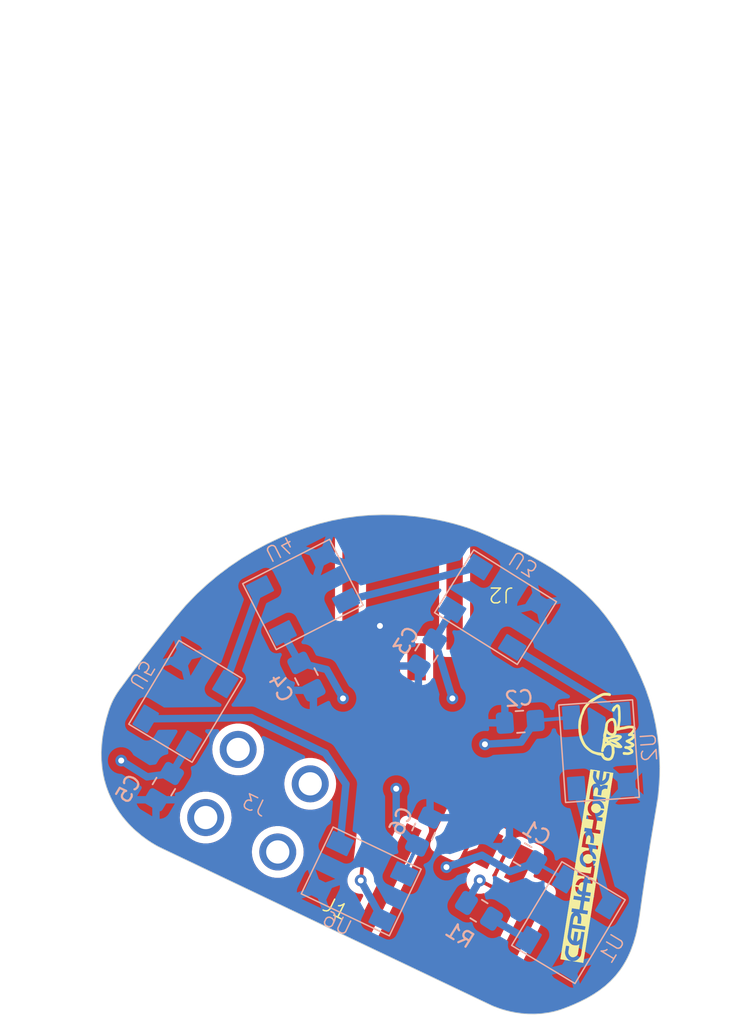
<source format=kicad_pcb>
(kicad_pcb (version 20221018) (generator pcbnew)
  (layers (0 "F.Cu" signal) (31 "B.Cu" signal) (34 "B.Paste" user) (35 "F.Paste" user) (36 "B.SilkS" user "B.Silkscreen") (37 "F.SilkS" user "F.Silkscreen") (38 "B.Mask" user) (39 "F.Mask" user) (44 "Edge.Cuts" user))
  (net 0 "")
  (net 1 "GND")
  (net 2 "Net-(J1-5V)")
  (net 3 "Net-(J1-DATA)")
  (net 4 "Net-(J2-DATA)")
  (net 10 "Net-(U1-DIN)")
  (net 11 "Net-(U1-DOUT)")
  (net 12 "Net-(U2-DOUT)")
  (net 13 "Net-(U3-DOUT)")
  (net 14 "Net-(U4-DOUT)")
  (net 15 "Net-(U5-DOUT)")
  (footprint "LadderLEDLib:36-7773-ND" (layer "F.Cu") (at 133.914254 106.051125 -25.5)
    (fp_text reference "J3")
    (fp_text value "Conn_01x04_Pin")
  )
  (footprint "LadderLEDLib:Molex 105405-1104" (layer "F.Cu") (at 150.75 90.6 180)
    (fp_text reference "J2")
    (fp_text value "02×02 Molex Nanofit Header")
  )
  (footprint "LadderLEDLib:Molex 1054302103" (layer "F.Cu") (at 146.22893 110.354441 -26)
    (fp_text reference "J1")
    (fp_text value "01×03 Molex Nanofit Header")
  )
  (footprint "Capacitor_SMD:C_0805_2012Metric_Pad1.18x1.45mm_HandSolder" (layer "B.Cu") (at 131.084363 103.960697 59)
    (fp_text reference "C5")
    (fp_text value "0.1u")
  )
  (footprint "LadderLEDLib:IN-PI55QATPRPGPBPW-XX" (layer "B.Cu") (at 153.515547 91.836512 -32)
    (fp_text reference "U3")
    (fp_text value "~")
  )
  (footprint "Capacitor_SMD:C_0805_2012Metric_Pad1.18x1.45mm_HandSolder" (layer "B.Cu") (at 155.184976 99.577631 4)
    (fp_text reference "C2")
    (fp_text value "0.1u")
  )
  (footprint "LadderLEDLib:IN-PI55QATPRPGPBPW-XX" (layer "B.Cu") (at 160.521557 101.56274 -86)
    (fp_text reference "U2")
    (fp_text value "~")
  )
  (footprint "Capacitor_SMD:C_0805_2012Metric_Pad1.18x1.45mm_HandSolder" (layer "B.Cu") (at 148.65 107 -115)
    (fp_text reference "C6")
    (fp_text value "0.1u")
  )
  (footprint "LadderLEDLib:IN-PI55QATPRPGPBPW-XX" (layer "B.Cu") (at 158.45 113.15 -121)
    (fp_text reference "U1")
    (fp_text value "~")
  )
  (footprint "LadderLEDLib:IN-PI55QATPRPGPBPW-XX" (layer "B.Cu") (at 132.55 98.2 59)
    (fp_text reference "U5")
    (fp_text value "~")
  )
  (footprint "LadderLEDLib:IN-PI55QATPRPGPBPW-XX" (layer "B.Cu") (at 144.434336 110.367622 154.5)
    (fp_text reference "U6")
    (fp_text value "~")
  )
  (footprint "Capacitor_SMD:C_0805_2012Metric_Pad1.18x1.45mm_HandSolder" (layer "B.Cu") (at 148.850202 94.929849 58)
    (fp_text reference "C3")
    (fp_text value "0.1u")
  )
  (footprint "Capacitor_SMD:C_0805_2012Metric_Pad1.18x1.45mm_HandSolder" (layer "B.Cu") (at 155.35 108.55 -31)
    (fp_text reference "C1")
    (fp_text value "0.1u")
  )
  (footprint "LadderLEDLib:IN-PI55QATPRPGPBPW-XX" (layer "B.Cu") (at 140.4898 90.974866 27)
    (fp_text reference "U4")
    (fp_text value "~")
  )
  (footprint "Capacitor_SMD:C_0805_2012Metric_Pad1.18x1.45mm_HandSolder" (layer "B.Cu") (at 140.728985 96.52558 117)
    (fp_text reference "C4")
    (fp_text value "0.1u")
  )
  (footprint "Resistor_SMD:R_0805_2012Metric_Pad1.20x1.40mm_HandSolder" (layer "B.Cu") (at 152.4 112.35 -32)
    (fp_text reference "R1")
    (fp_text value "500-2000")
  )
  (gr_poly (pts (xy 159.448322 108.784306) (xy 159.449795 108.777165) (xy 159.451473 108.770033) (xy 159.453366 108.762947) (xy 159.455469 108.755898) (xy 159.457765 108.748872) (xy 159.46025 108.741882) (xy 159.462929 108.734921) (xy 159.465771 108.727987) (xy 159.468801 108.721068) (xy 159.471995 108.7142) (xy 159.475362 108.707347) (xy 159.482537 108.693714) (xy 159.490307 108.680179) (xy 159.494407 108.673502) (xy 159.498662 108.666996) (xy 159.503087 108.660647) (xy 159.507637 108.654445) (xy 159.51236 108.648399) (xy 159.517214 108.642506) (xy 159.522208 108.636754) (xy 159.527358 108.631135) (xy 159.532638 108.625662) (xy 159.538066 108.620323) (xy 159.54362 108.615113) (xy 159.54931 108.610022) (xy 159.555129 108.605071) (xy 159.56108 108.600234) (xy 159.567163 108.595509) (xy 159.573358 108.590913) (xy 159.579679 108.586444) (xy 159.586102 108.582132) (xy 159.592649 108.577977) (xy 159.599292 108.573981) (xy 159.606078 108.570137) (xy 159.612955 108.56645) (xy 159.619962 108.562921) (xy 159.627074 108.55955) (xy 159.634298 108.556324) (xy 159.641636 108.553261) (xy 159.649099 108.550366) (xy 159.656664 108.547607) (xy 159.664344 108.545021) (xy 159.672141 108.54258) (xy 159.680046 108.540301) (xy 159.688073 108.538177) (xy 159.696184 108.536231) (xy 159.70435 108.534471) (xy 159.712567 108.532915) (xy 159.720848 108.531568) (xy 159.729168 108.530414) (xy 159.737529 108.52948) (xy 159.74594 108.528751) (xy 159.75439 108.528232) (xy 159.762868 108.527926) (xy 159.771381 108.527843) (xy 159.779929 108.527974) (xy 159.788503 108.528322) (xy 159.797091 108.528886) (xy 159.805701 108.529687) (xy 159.81433 108.530708) (xy 159.822973 108.531961) (xy 159.831584 108.533438) (xy 159.840099 108.535137) (xy 159.848524 108.537037) (xy 159.856869 108.53915) (xy 159.8651 108.541463) (xy 159.873211 108.543979) (xy 159.881239 108.546687) (xy 159.889127 108.54958) (xy 159.896904 108.55267) (xy 159.904551 108.555949) (xy 159.91207 108.559403) (xy 159.919448 108.563035) (xy 159.926678 108.56684) (xy 159.933764 108.570819) (xy 159.940702 108.574954) (xy 159.947475 108.579257) (xy 159.954444 108.58376) (xy 159.961251 108.588369) (xy 159.967903 108.593099) (xy 159.974394 108.597932) (xy 159.980708 108.602882) (xy 159.986859 108.60793) (xy 159.992831 108.613105) (xy 159.998621 108.618388) (xy 160.004245 108.623777) (xy 160.009684 108.629276) (xy 160.014937 108.634887) (xy 160.020009 108.640607) (xy 160.024879 108.646426) (xy 160.02955 108.652364) (xy 160.034048 108.658415) (xy 160.03833 108.66456) (xy 160.042809 108.670854) (xy 160.047132 108.677218) (xy 160.051293 108.683667) (xy 160.0553 108.690178) (xy 160.059132 108.696769) (xy 160.062817 108.703443) (xy 160.066322 108.710197) (xy 160.069657 108.717046) (xy 160.072823 108.723975) (xy 160.075804 108.730986) (xy 160.0786 108.738098) (xy 160.081219 108.745305) (xy 160.083648 108.752608) (xy 160.085881 108.760006) (xy 160.087923 108.767507) (xy 160.089763 108.775118) (xy 160.09164 108.783887) (xy 160.093273 108.792608) (xy 160.09465 108.801296) (xy 160.095794 108.809935) (xy 160.096705 108.818546) (xy 160.097393 108.827121) (xy 160.097869 108.835668) (xy 160.098138 108.844175) (xy 160.33693 108.881991) (xy 160.338524 108.858274) (xy 160.339206 108.834718) (xy 160.339203 108.823002) (xy 160.33895 108.811337) (xy 160.338457 108.799714) (xy 160.337722 108.788149) (xy 160.336743 108.776637) (xy 160.335501 108.765173) (xy 160.334008 108.753784) (xy 160.332259 108.742444) (xy 160.330246 108.73118) (xy 160.327974 108.71997) (xy 160.325428 108.70883) (xy 160.322603 108.697759) (xy 160.319109 108.684013) (xy 160.315308 108.670396) (xy 160.311199 108.656937) (xy 160.306809 108.643619) (xy 160.302103 108.63047) (xy 160.297099 108.617485) (xy 160.291781 108.60467) (xy 160.286162 108.592033) (xy 160.280242 108.579574) (xy 160.274017 108.567311) (xy 160.267477 108.555242) (xy 160.260634 108.543367) (xy 160.253471 108.531692) (xy 160.246016 108.520244) (xy 160.23824 108.508993) (xy 160.230152 108.49798) (xy 160.222138 108.487226) (xy 160.213869 108.476663) (xy 160.205344 108.466305) (xy 160.196563 108.456137) (xy 160.187524 108.446171) (xy 160.17825 108.436416) (xy 160.168721 108.426871) (xy 160.158952 108.41754) (xy 160.148936 108.408407) (xy 160.138689 108.399518) (xy 160.128198 108.390843) (xy 160.117471 108.382389) (xy 160.106509 108.374165) (xy 160.095322 108.36617) (xy 160.083923 108.358404) (xy 160.072268 108.350895) (xy 160.071373 108.350364) (xy 160.070475 108.349819) (xy 160.069568 108.349261) (xy 160.068672 108.348696) (xy 160.097639 108.165845) (xy 160.433898 108.219094) (xy 160.475273 107.957804) (xy 160.139024 107.904542) (xy 160.13909 107.904115) (xy 159.881636 107.863342) (xy 159.881572 107.863772) (xy 159.606806 107.820247) (xy 159.649716 107.549314) (xy 159.651651 107.537715) (xy 159.653803 107.525936) (xy 159.656165 107.513956) (xy 159.658758 107.501754) (xy 159.66157 107.489321) (xy 159.6646 107.476618) (xy 159.667869 107.463629) (xy 159.67137 107.450328) (xy 159.675135 107.436992) (xy 159.679208 107.423906) (xy 159.683569 107.411101) (xy 159.68818 107.398577) (xy 159.693015 107.386397) (xy 159.698048 107.374521) (xy 159.703255 107.363001) (xy 159.708606 107.351859) (xy 159.71482 107.341212) (xy 159.721177 107.330988) (xy 159.724417 107.326039) (xy 159.727699 107.3212) (xy 159.731019 107.316476) (xy 159.734393 107.311873) (xy 159.73781 107.307399) (xy 159.741275 107.303047) (xy 159.744808 107.298831) (xy 159.748396 107.294735) (xy 159.752043 107.290776) (xy 159.755737 107.286972) (xy 159.759519 107.283302) (xy 159.763352 107.279769) (xy 159.767268 107.276448) (xy 159.771285 107.273379) (xy 159.775398 107.27056) (xy 159.779587 107.267993) (xy 159.783879 107.265675) (xy 159.788239 107.263625) (xy 159.792684 107.261821) (xy 159.79721 107.260295) (xy 159.801818 107.259021) (xy 159.806489 107.258024) (xy 159.81122 107.257289) (xy 159.816011 107.256831) (xy 159.820868 107.256645) (xy 159.825794 107.256738) (xy 159.830762 107.257112) (xy 159.835783 107.257767) (xy 159.840749 107.258647) (xy 159.84561 107.259674) (xy 159.850335 107.260847) (xy 159.854933 107.262188) (xy 159.859398 107.26367) (xy 159.863742 107.265298) (xy 159.86795 107.267089) (xy 159.872033 107.269028) (xy 159.875986 107.271106) (xy 159.879826 107.273341) (xy 159.883519 107.275727) (xy 159.887094 107.278266) (xy 159.890541 107.280941) (xy 159.893864 107.28377) (xy 159.897062 107.286748) (xy 159.900128 107.289871) (xy 159.903061 107.293151) (xy 159.905878 107.296569) (xy 159.908552 107.300129) (xy 159.911113 107.303848) (xy 159.913541 107.307704) (xy 159.915845 107.311702) (xy 159.918022 107.315852) (xy 159.920073 107.320143) (xy 159.921992 107.324582) (xy 159.923795 107.329163) (xy 159.927 107.338756) (xy 159.929709 107.348918) (xy 159.931915 107.359651) (xy 159.933718 107.370906) (xy 159.935209 107.382609) (xy 159.937297 107.407375) (xy 159.938164 107.433931) (xy 159.937837 107.462263) (xy 159.936295 107.492342) (xy 159.933561 107.524141) (xy 159.929641 107.557659) (xy 159.924533 107.592846) (xy 159.897368 107.764294) (xy 160.154827 107.805076) (xy 160.170402 107.706656) (xy 160.175883 107.671702) (xy 160.181109 107.635961) (xy 160.183518 107.617777) (xy 160.185735 107.59939) (xy 160.187706 107.58078) (xy 160.189376 107.561923) (xy 160.191438 107.543146) (xy 160.193122 107.524452) (xy 160.194485 107.505861) (xy 160.195537 107.487335) (xy 160.1963 107.468841) (xy 160.196808 107.450383) (xy 160.197082 107.431939) (xy 160.197149 107.413487) (xy 160.196829 107.395067) (xy 160.195975 107.376741) (xy 160.194597 107.358527) (xy 160.192716 107.340403) (xy 160.190358 107.322391) (xy 160.187543 107.304493) (xy 160.184285 107.286726) (xy 160.180625 107.26906) (xy 160.178609 107.260322) (xy 160.176452 107.251686) (xy 160.174115 107.243177) (xy 160.17162 107.234771) (xy 160.168957 107.226477) (xy 160.166124 107.218301) (xy 160.163115 107.210233) (xy 160.15993 107.202275) (xy 160.156568 107.194427) (xy 160.153022 107.186688) (xy 160.149295 107.179052) (xy 160.145386 107.171546) (xy 160.141273 107.164121) (xy 160.136974 107.156827) (xy 160.132479 107.149621) (xy 160.127786 107.142528) (xy 160.121769 107.133965) (xy 160.115512 107.125582) (xy 160.108987 107.117376) (xy 160.10219 107.10935) (xy 160.095105 107.101514) (xy 160.087729 107.093863) (xy 160.080055 107.086409) (xy 160.072069 107.079146) (xy 160.601166 107.162953) (xy 160.642554 106.901662) (xy 160.308241 106.848729) (xy 160.401049 106.262709) (xy 160.735375 106.315656) (xy 160.776766 106.054346) (xy 160.417277 105.997415) (xy 160.424535 105.995738) (xy 160.43177 105.993979) (xy 160.438993 105.992168) (xy 160.446212 105.990291) (xy 160.459651 105.986405) (xy 160.472963 105.982248) (xy 160.486117 105.977843) (xy 160.499105 105.973165) (xy 160.511965 105.968223) (xy 160.524648 105.963009) (xy 160.537187 105.957519) (xy 160.549544 105.951761) (xy 160.561763 105.945717) (xy 160.573797 105.939397) (xy 160.585668 105.932782) (xy 160.597373 105.92588) (xy 160.608909 105.918687) (xy 160.620256 105.911192) (xy 160.631428 105.903408) (xy 160.642429 105.895317) (xy 160.653517 105.887332) (xy 160.664391 105.879048) (xy 160.675029 105.870453) (xy 160.685438 105.861571) (xy 160.695612 105.852394) (xy 160.705567 105.842927) (xy 160.715277 105.833195) (xy 160.724757 105.823167) (xy 160.734001 105.812892) (xy 160.743012 105.80235) (xy 160.751795 105.791542) (xy 160.760337 105.780492) (xy 160.768628 105.769196) (xy 160.776692 105.757658) (xy 160.784517 105.745882) (xy 160.792094 105.733883) (xy 160.798158 105.724296) (xy 160.803988 105.714613) (xy 160.809595 105.704825) (xy 160.814959 105.694936) (xy 160.820088 105.684943) (xy 160.825001 105.674841) (xy 160.829681 105.664632) (xy 160.834124 105.654295) (xy 160.838368 105.643856) (xy 160.842376 105.633294) (xy 160.846168 105.622614) (xy 160.849751 105.611808) (xy 160.853101 105.60087) (xy 160.856249 105.589813) (xy 160.861914 105.567294) (xy 160.623178 105.52948) (xy 160.620233 105.53776) (xy 160.617023 105.545966) (xy 160.613539 105.554094) (xy 160.609773 105.562177) (xy 160.605716 105.57018) (xy 160.601364 105.578126) (xy 160.596707 105.58601) (xy 160.591728 105.593846) (xy 160.587293 105.600461) (xy 160.582744 105.606924) (xy 160.578074 105.613237) (xy 160.57329 105.619398) (xy 160.568398 105.625418) (xy 160.563385 105.63129) (xy 160.55825 105.637021) (xy 160.553006 105.642613) (xy 160.547649 105.648086) (xy 160.542166 105.653415) (xy 160.536571 105.658623) (xy 160.530852 105.6637) (xy 160.525012 105.668651) (xy 160.519047 105.67348) (xy 160.512972 105.6782) (xy 160.506776 105.682809) (xy 160.500401 105.687611) (xy 160.493933 105.69222) (xy 160.487354 105.696636) (xy 160.480682 105.700853) (xy 160.473903 105.704885) (xy 160.467031 105.708735) (xy 160.460074 105.712399) (xy 160.453021 105.715887) (xy 160.44588 105.719191) (xy 160.438658 105.722342) (xy 160.431358 105.72531) (xy 160.423964 105.728117) (xy 160.416504 105.730771) (xy 160.408967 105.733249) (xy 160.401349 105.735575) (xy 160.393668 105.73776) (xy 160.385868 105.740073) (xy 160.378024 105.742105) (xy 160.370134 105.743874) (xy 160.362207 105.745369) (xy 160.354237 105.746616) (xy 160.346228 105.747613) (xy 160.338187 105.748354) (xy 160.330109 105.748851) (xy 160.321993 105.749112) (xy 160.313858 105.749153) (xy 160.305695 105.74896) (xy 160.297501 105.748552) (xy 160.289283 105.747929) (xy 160.281053 105.747106) (xy 160.272795 105.746077) (xy 160.264514 105.744868) (xy 160.256601 105.743523) (xy 160.248724 105.741994) (xy 160.240879 105.740266) (xy 160.233075 105.738358) (xy 160.225315 105.736241) (xy 160.217609 105.73391) (xy 160.209938 105.731373) (xy 160.202335 105.728626) (xy 160.194782 105.725646) (xy 160.1873 105.722456) (xy 160.179878 105.719017) (xy 160.17252 105.715345) (xy 160.165244 105.711431) (xy 160.15804 105.707268) (xy 160.150919 105.702858) (xy 160.143886 105.698191) (xy 160.137252 105.693751) (xy 160.130726 105.689183) (xy 160.124319 105.684491) (xy 160.118017 105.679674) (xy 160.111834 105.674704) (xy 160.105764 105.669623) (xy 160.099813 105.664398) (xy 160.093967 105.659027) (xy 160.088241 105.653513) (xy 160.082632 105.647856) (xy 160.077131 105.642047) (xy 160.071754 105.636095) (xy 160.06649 105.629975) (xy 160.06135 105.623709) (xy 160.056316 105.617274) (xy 160.051407 105.61068) (xy 160.046932 105.604389) (xy 160.042608 105.598024) (xy 160.038428 105.591579) (xy 160.034394 105.585061) (xy 160.030502 105.578458) (xy 160.026735 105.57177) (xy 160.023118 105.564994) (xy 160.019625 105.558122) (xy 160.016252 105.551166) (xy 160.013033 105.54411) (xy 160.009918 105.53695) (xy 160.006925 105.529679) (xy 160.004057 105.522312) (xy 160.001309 105.514833) (xy 159.998678 105.507238) (xy 159.996163 105.499513) (xy 159.994141 105.491812) (xy 159.992316 105.484129) (xy 159.99067 105.476477) (xy 159.989216 105.468846) (xy 159.987959 105.46123) (xy 159.986904 105.453638) (xy 159.986041 105.446054) (xy 159.985388 105.438483) (xy 159.984933 105.430911) (xy 159.984694 105.423355) (xy 159.984664 105.415812) (xy 159.984857 105.408251) (xy 159.985258 105.400705) (xy 159.985888 105.393152) (xy 159.986741 105.385602) (xy 159.987826 105.37804) (xy 159.989074 105.370854) (xy 159.990551 105.363698) (xy 159.992238 105.356585) (xy 159.994141 105.349488) (xy 159.996226 105.342449) (xy 159.998527 105.335418) (xy 160.001015 105.328422) (xy 160.003684 105.321459) (xy 160.006543 105.314539) (xy 160.009561 105.307624) (xy 160.012756 105.300753) (xy 160.016112 105.293892) (xy 160.023303 105.28027) (xy 160.031075 105.266724) (xy 160.035169 105.260058) (xy 160.039434 105.253546) (xy 160.04384 105.247202) (xy 160.0484 105.240995) (xy 160.053113 105.234951) (xy 160.057973 105.229052) (xy 160.062975 105.223304) (xy 160.068108 105.217681) (xy 160.073402 105.212211) (xy 160.07882 105.20687) (xy 160.084373 105.20166) (xy 160.090069 105.196574) (xy 160.09589 105.191618) (xy 160.10184 105.18678) (xy 160.107918 105.182063) (xy 160.114112 105.177459) (xy 160.120429 105.172992) (xy 160.126865 105.16868) (xy 160.133402 105.164516) (xy 160.140057 105.160521) (xy 160.146833 105.156671) (xy 160.153719 105.152988) (xy 160.160718 105.149459) (xy 160.167831 105.146096) (xy 160.175059 105.142863) (xy 160.182398 105.139807) (xy 160.189858 105.136907) (xy 160.197428 105.13415) (xy 160.205104 105.131559) (xy 160.212899 105.129126) (xy 160.220808 105.126848) (xy 160.228829 105.124732) (xy 160.236939 105.122768) (xy 160.245104 105.121019) (xy 160.253326 105.119461) (xy 160.261603 105.118127) (xy 160.269925 105.116977) (xy 160.278298 105.116031) (xy 160.28671 105.115311) (xy 160.295157 105.114785) (xy 160.303631 105.114482) (xy 160.312153 105.114394) (xy 160.320692 105.114517) (xy 160.329265 105.114878) (xy 160.337854 105.11545) (xy 160.346464 105.116246) (xy 160.355092 105.117272) (xy 160.363738 105.118525) (xy 160.372346 105.119997) (xy 160.380867 105.121693) (xy 160.389302 105.1236) (xy 160.397622 105.125708) (xy 160.405868 105.128018) (xy 160.413986 105.130528) (xy 160.422004 105.133243) (xy 160.429897 105.136134) (xy 160.437679 105.139218) (xy 160.44532 105.142496) (xy 160.452838 105.145952) (xy 160.460214 105.149583) (xy 160.467448 105.153393) (xy 160.474532 105.157372) (xy 160.481461 105.16151) (xy 160.488234 105.165814) (xy 160.495202 105.170313) (xy 160.502019 105.174921) (xy 160.508672 105.179647) (xy 160.515153 105.184479) (xy 160.521467 105.18943) (xy 160.527619 105.194481) (xy 160.533594 105.19965) (xy 160.539392 105.204931) (xy 160.54501 105.210317) (xy 160.550451 105.215828) (xy 160.555697 105.221429) (xy 160.560765 105.227147) (xy 160.565637 105.232979) (xy 160.570319 105.238914) (xy 160.574811 105.244963) (xy 160.579097 105.251117) (xy 160.583574 105.257397) (xy 160.587896 105.26376) (xy 160.592059 105.2702) (xy 160.596067 105.276723) (xy 160.599902 105.283316) (xy 160.603582 105.289982) (xy 160.607096 105.296745) (xy 160.610427 105.303585) (xy 160.613595 105.310515) (xy 160.61657 105.317532) (xy 160.61937 105.32464) (xy 160.621984 105.331851) (xy 160.624417 105.339155) (xy 160.626643 105.346558) (xy 160.628688 105.354059) (xy 160.630523 105.361673) (xy 160.632378 105.370391) (xy 160.633988 105.379066) (xy 160.635369 105.387707) (xy 160.636503 105.396306) (xy 160.637424 105.404873) (xy 160.638112 105.4134) (xy 160.638584 105.421898) (xy 160.638833 105.430366) (xy 160.877685 105.468194) (xy 160.879274 105.444528) (xy 160.879949 105.42101) (xy 160.879935 105.409312) (xy 160.879682 105.397667) (xy 160.879189 105.386075) (xy 160.878457 105.37453) (xy 160.877472 105.363037) (xy 160.876228 105.351603) (xy 160.874743 105.340229) (xy 160.872997 105.328912) (xy 160.870987 105.317662) (xy 160.868718 105.306476) (xy 160.866179 105.295355) (xy 160.863382 105.284316) (xy 160.85987 105.270556) (xy 160.856068 105.256942) (xy 160.851968 105.243481) (xy 160.847564 105.230163) (xy 160.84286 105.217017) (xy 160.837852 105.20403) (xy 160.83255 105.191221) (xy 160.826927 105.178581) (xy 160.821006 105.166125) (xy 160.814781 105.153861) (xy 160.808244 105.141794) (xy 160.801399 105.129915) (xy 160.794249 105.118252) (xy 160.786784 105.106788) (xy 160.779014 105.095555) (xy 160.770926 105.084528) (xy 160.762913 105.073779) (xy 160.754636 105.063214) (xy 160.746113 105.052846) (xy 160.737335 105.042681) (xy 160.728301 105.032701) (xy 160.719023 105.022946) (xy 160.709497 105.013396) (xy 160.699719 105.004058) (xy 160.689713 104.994939) (xy 160.679459 104.98604) (xy 160.66897 104.977354) (xy 160.658248 104.968896) (xy 160.647287 104.960668) (xy 160.636101 104.952682) (xy 160.624689 104.94491) (xy 160.613053 104.93739) (xy 160.6064 104.933324) (xy 160.599716 104.929315) (xy 160.592984 104.925391) (xy 160.586228 104.921598) (xy 160.947197 104.978764) (xy 160.988586 104.717451) (xy 160.120148 104.579908) (xy 160.163071 104.308964) (xy 160.164988 104.297358) (xy 160.167132 104.285579) (xy 160.169484 104.27359) (xy 160.172054 104.261401) (xy 160.174845 104.248953) (xy 160.177865 104.236249) (xy 160.181118 104.223258) (xy 160.184615 104.209966) (xy 160.188392 104.196628) (xy 160.192481 104.183535) (xy 160.196836 104.170731) (xy 160.201454 104.158219) (xy 160.206294 104.146023) (xy 160.211344 104.134156) (xy 160.21654 104.122631) (xy 160.221899 104.111487) (xy 160.224987 104.106134) (xy 160.2281 104.100927) (xy 160.23125 104.095852) (xy 160.234421 104.090919) (xy 160.237642 104.086108) (xy 160.240891 104.081433) (xy 160.244194 104.076879) (xy 160.247535 104.072463) (xy 160.250923 104.068165) (xy 160.25437 104.063982) (xy 160.257863 104.059919) (xy 160.261433 104.055978) (xy 160.26506 104.052143) (xy 160.268746 104.048425) (xy 160.272507 104.044816) (xy 160.276342 104.041319) (xy 160.28026 104.038002) (xy 160.284268 104.034924) (xy 160.288385 104.03211) (xy 160.292574 104.029534) (xy 160.296863 104.027229) (xy 160.301233 104.025173) (xy 160.305681 104.023373) (xy 160.310205 104.021837) (xy 160.314797 104.020566) (xy 160.319477 104.019567) (xy 160.324203 104.018845) (xy 160.329 104.018382) (xy 160.333853 104.018198) (xy 160.338777 104.018293) (xy 160.343745 104.018664) (xy 160.348762 104.019322) (xy 160.35374 104.020199) (xy 160.358599 104.021225) (xy 160.36332 104.022404) (xy 160.367917 104.023737) (xy 160.372386 104.025213) (xy 160.376727 104.026842) (xy 160.380943 104.028617) (xy 160.385032 104.030545) (xy 160.388986 104.032617) (xy 160.392818 104.034835) (xy 160.396518 104.037198) (xy 160.400106 104.0397) (xy 160.403554 104.042366) (xy 160.406884 104.045162) (xy 160.410081 104.048101) (xy 160.413149 104.051185) (xy 160.416096 104.054411) (xy 160.41891 104.05778) (xy 160.421606 104.06128) (xy 160.424179 104.064922) (xy 160.426616 104.068715) (xy 160.42893 104.07263) (xy 160.431127 104.076691) (xy 160.433187 104.080886) (xy 160.43513 104.085222) (xy 160.436943 104.089689) (xy 160.440187 104.099024) (xy 160.442953 104.108894) (xy 160.445212 104.11929) (xy 160.447007 104.130536) (xy 160.448506 104.142242) (xy 160.450589 104.167015) (xy 160.451456 104.193562) (xy 160.451127 104.221892) (xy 160.449587 104.251968) (xy 160.446859 104.283776) (xy 160.442929 104.317298) (xy 160.437817 104.352487) (xy 160.410736 104.523498) (xy 160.668178 104.564275) (xy 160.716564 104.258783) (xy 160.717339 104.254479) (xy 160.718296 104.250194) (xy 160.719429 104.245958) (xy 160.720745 104.241753) (xy 160.722238 104.23759) (xy 160.723907 104.233468) (xy 160.725751 104.229391) (xy 160.727773 104.225364) (xy 160.72998 104.221387) (xy 160.732362 104.217459) (xy 160.734912 104.213586) (xy 160.737637 104.209774) (xy 160.740546 104.206026) (xy 160.743622 104.20235) (xy 160.746871 104.198724) (xy 160.750294 104.195189) (xy 160.757298 104.188917) (xy 160.764469 104.182722) (xy 160.771804 104.176648) (xy 160.779298 104.170746) (xy 160.786933 104.165029) (xy 160.790814 104.162269) (xy 160.794726 104.159579) (xy 160.798673 104.156961) (xy 160.802655 104.154413) (xy 160.806663 104.151969) (xy 160.810714 104.149598) (xy 160.819526 104.145194) (xy 160.828348 104.140957) (xy 160.837177 104.136909) (xy 160.846043 104.133061) (xy 160.854976 104.129401) (xy 160.863996 104.125937) (xy 160.873125 104.122669) (xy 160.8824 104.1196) (xy 160.900037 104.115438) (xy 160.908271 104.113586) (xy 160.916103 104.111923) (xy 160.923536 104.110471) (xy 160.930563 104.109252) (xy 160.937169 104.108295) (xy 160.943375 104.107616) (xy 161.081722 104.129528) (xy 161.123114 103.868217) (xy 160.946369 103.840222) (xy 160.937307 103.838953) (xy 160.928155 103.83799) (xy 160.918903 103.837334) (xy 160.909548 103.83698) (xy 160.900087 103.836931) (xy 160.890515 103.837186) (xy 160.880834 103.837761) (xy 160.871037 103.838633) (xy 160.861122 103.839805) (xy 160.851084 103.841284) (xy 160.840923 103.843066) (xy 160.830632 103.845162) (xy 160.820217 103.847546) (xy 160.809678 103.850238) (xy 160.799 103.853235) (xy 160.788184 103.856527) (xy 160.777409 103.860102) (xy 160.766868 103.863942) (xy 160.756553 103.868052) (xy 160.746446 103.872414) (xy 160.736566 103.877028) (xy 160.72689 103.881894) (xy 160.71742 103.886999) (xy 160.708142 103.892353) (xy 160.699064 103.897947) (xy 160.690159 103.903764) (xy 160.681461 103.909819) (xy 160.672925 103.916107) (xy 160.66456 103.922602) (xy 160.65637 103.929332) (xy 160.648335 103.936276) (xy 160.640472 103.943433) (xy 160.637077 103.936029) (xy 160.633567 103.928746) (xy 160.629946 103.921564) (xy 160.626218 103.914496) (xy 160.622366 103.907539) (xy 160.618401 103.900688) (xy 160.614316 103.893956) (xy 160.610099 103.887338) (xy 160.605772 103.880839) (xy 160.601312 103.874455) (xy 160.596736 103.868187) (xy 160.592023 103.862031) (xy 160.587182 103.856006) (xy 160.582212 103.850107) (xy 160.577114 103.844322) (xy 160.571877 103.838654) (xy 160.633868 103.848465) (xy 160.646227 103.849483) (xy 160.658618 103.85009) (xy 160.671012 103.85027) (xy 160.683391 103.850061) (xy 160.695787 103.849444) (xy 160.708164 103.848419) (xy 160.72052 103.846999) (xy 160.732854 103.845181) (xy 160.745164 103.842954) (xy 160.757424 103.840348) (xy 160.769655 103.837349) (xy 160.781836 103.833942) (xy 160.793966 103.830155) (xy 160.80603 103.825978) (xy 160.818035 103.821422) (xy 160.829964 103.816482) (xy 160.841744 103.811588) (xy 160.853425 103.806441) (xy 160.864991 103.801057) (xy 160.876437 103.795404) (xy 160.887767 103.789522) (xy 160.898978 103.783379) (xy 160.910047 103.776989) (xy 160.920974 103.770347) (xy 160.931761 103.763445) (xy 160.942395 103.756292) (xy 160.95287 103.748879) (xy 160.963193 103.741217) (xy 160.973344 103.733289) (xy 160.983329 103.725104) (xy 160.99313 103.716667) (xy 161.002741 103.707965) (xy 161.01248 103.699468) (xy 161.022007 103.6908) (xy 161.031321 103.681959) (xy 161.040429 103.672946) (xy 161.04934 103.663761) (xy 161.058059 103.654407) (xy 161.066553 103.644882) (xy 161.074857 103.635182) (xy 161.082946 103.625317) (xy 161.090844 103.615285) (xy 161.098535 103.605066) (xy 161.106015 103.594687) (xy 161.113305 103.584136) (xy 161.120377 103.573417) (xy 161.127245 103.56253) (xy 161.133916 103.551467) (xy 161.140589 103.540703) (xy 161.14691 103.529893) (xy 161.152891 103.51902) (xy 161.158534 103.508098) (xy 161.163828 103.497117) (xy 161.168792 103.486087) (xy 161.173444 103.475011) (xy 161.177765 103.463877) (xy 161.18177 103.452696) (xy 161.185475 103.441463) (xy 161.188874 103.430181) (xy 161.191975 103.41886) (xy 161.19478 103.407478) (xy 161.197303 103.396064) (xy 161.199543 103.384602) (xy 161.201509 103.373104) (xy 161.24989 103.067636) (xy 161.019358 103.031125) (xy 160.971581 103.33276) (xy 160.970574 103.338525) (xy 160.969379 103.344319) (xy 160.967978 103.350123) (xy 160.966382 103.355934) (xy 160.96457 103.361768) (xy 160.962553 103.367608) (xy 160.9603 103.373456) (xy 160.957834 103.379319) (xy 160.955124 103.385199) (xy 160.952178 103.391075) (xy 160.948996 103.396979) (xy 160.945557 103.40286) (xy 160.941873 103.408766) (xy 160.937906 103.414676) (xy 160.933686 103.420574) (xy 160.929196 103.426489) (xy 160.924521 103.432347) (xy 160.919778 103.43811) (xy 160.914937 103.443769) (xy 160.910011 103.449327) (xy 160.904968 103.454792) (xy 160.899834 103.460165) (xy 160.894591 103.465437) (xy 160.889213 103.47062) (xy 160.883726 103.47572) (xy 160.878099 103.480735) (xy 160.872336 103.485662) (xy 160.866442 103.490503) (xy 160.860383 103.495255) (xy 160.854177 103.499936) (xy 160.847815 103.504537) (xy 160.841278 103.509072) (xy 160.835497 103.513459) (xy 160.829667 103.517689) (xy 160.823773 103.521778) (xy 160.817841 103.525703) (xy 160.811841 103.529489) (xy 160.805792 103.53314) (xy 160.79969 103.53664) (xy 160.793527 103.540008) (xy 160.787308 103.543265) (xy 160.781035 103.546391) (xy 160.774705 103.549406) (xy 160.768316 103.552292) (xy 160.755345 103.557746) (xy 160.742154 103.562805) (xy 160.840827 102.939792) (xy 161.480642 103.04113) (xy 159.449319 115.86638) (xy 158.748019 115.755307) (xy 158.760406 115.756321) (xy 158.772774 115.756924) (xy 158.785176 115.757119) (xy 158.797567 115.756906) (xy 158.80995 115.756284) (xy 158.822328 115.755263) (xy 158.834679 115.75385) (xy 158.847015 115.752031) (xy 158.859322 115.749814) (xy 158.871593 115.747207) (xy 158.883815 115.7442) (xy 158.896002 115.740804) (xy 158.908129 115.737018) (xy 158.920191 115.732848) (xy 158.932195 115.728287) (xy 158.94412 115.723342) (xy 158.955904 115.718454) (xy 158.967591 115.71331) (xy 158.979148 115.707916) (xy 158.990606 115.702284) (xy 159.001931 115.696388) (xy 159.013138 115.690237) (xy 159.024214 115.683836) (xy 159.035141 115.677191) (xy 159.045926 115.670287) (xy 159.056561 115.663133) (xy 159.067044 115.655721) (xy 159.07736 115.64806) (xy 159.087518 115.640132) (xy 159.097491 115.631945) (xy 159.107291 115.623501) (xy 159.116913 115.614802) (xy 159.126637 115.606311) (xy 159.136163 115.597629) (xy 159.145482 115.588791) (xy 159.154599 115.579783) (xy 159.163509 115.570609) (xy 159.172219 115.561257) (xy 159.180721 115.551726) (xy 159.189022 115.542031) (xy 159.197122 115.532165) (xy 159.205011 115.522135) (xy 159.212704 115.511924) (xy 159.220183 115.501546) (xy 159.227465 115.490996) (xy 159.234536 115.480286) (xy 159.241407 115.469394) (xy 159.248086 115.458326) (xy 159.254749 115.447569) (xy 159.261075 115.436762) (xy 159.267053 115.425883) (xy 159.272695 115.414962) (xy 159.277989 115.403979) (xy 159.28296 115.392949) (xy 159.287604 115.381871) (xy 159.29193 115.370746) (xy 159.295937 115.359558) (xy 159.299642 115.348328) (xy 159.303041 115.337042) (xy 159.306134 115.32572) (xy 159.308941 115.314355) (xy 159.311459 115.302936) (xy 159.313708 115.291471) (xy 159.31567 115.279968) (xy 159.551203 113.792829) (xy 159.320653 113.75631) (xy 159.253399 114.180944) (xy 159.2524 114.18672) (xy 159.251197 114.192507) (xy 159.2498 114.198311) (xy 159.248192 114.204133) (xy 159.246386 114.209963) (xy 159.244371 114.215799) (xy 159.242113 114.221652) (xy 159.239637 114.227523) (xy 159.236936 114.23339) (xy 159.233993 114.239268) (xy 159.230801 114.24516) (xy 159.227368 114.251059) (xy 159.223677 114.25695) (xy 159.21972 114.26286) (xy 159.215505 114.268763) (xy 159.211013 114.274681) (xy 159.20634 114.280541) (xy 159.201597 114.286306) (xy 159.196748 114.291955) (xy 159.191823 114.29752) (xy 159.186786 114.302982) (xy 159.181651 114.308352) (xy 159.176403 114.313622) (xy 159.171029 114.318805) (xy 159.165535 114.323905) (xy 159.159922 114.32891) (xy 159.15416 114.333828) (xy 159.148252 114.338671) (xy 159.142202 114.343432) (xy 159.136003 114.348114) (xy 159.12963 114.35271) (xy 159.123102 114.357238) (xy 159.117316 114.361626) (xy 159.111487 114.365863) (xy 159.1056 114.36995) (xy 159.099653 114.373883) (xy 159.093654 114.377662) (xy 159.087598 114.381307) (xy 159.081509 114.384817) (xy 159.075344 114.388198) (xy 159.069114 114.39145) (xy 159.062837 114.394579) (xy 159.056506 114.397585) (xy 159.050119 114.400489) (xy 159.037158 114.40594) (xy 159.023973 114.411007) (xy 159.122644 113.787998) (xy 158.861358 113.746616) (xy 158.763316 114.36564) (xy 158.752828 114.35702) (xy 158.742637 114.34813) (xy 158.732729 114.338959) (xy 158.723083 114.32948) (xy 158.713696 114.319678) (xy 158.704546 114.309527) (xy 158.69563 114.299031) (xy 158.686936 114.28816) (xy 158.678037 114.275568) (xy 158.669555 114.262851) (xy 158.661514 114.249975) (xy 158.653944 114.236905) (xy 158.650337 114.230303) (xy 158.64686 114.223643) (xy 158.643517 114.216935) (xy 158.640306 114.210164) (xy 158.637217 114.203335) (xy 158.634284 114.196441) (xy 158.631491 114.189489) (xy 158.628824 114.182474) (xy 158.62636 114.175456) (xy 158.62411 114.168524) (xy 158.622078 114.161674) (xy 158.620268 114.154897) (xy 158.618665 114.148208) (xy 158.617289 114.141585) (xy 158.616132 114.13506) (xy 158.615194 114.128605) (xy 158.614477 114.122238) (xy 158.613975 114.115952) (xy 158.613691 114.109748) (xy 158.613612 114.103621) (xy 158.613766 114.097569) (xy 158.61414 114.091607) (xy 158.614733 114.085724) (xy 158.61553 114.079923) (xy 158.703477 113.524645) (xy 159.571835 113.662177) (xy 159.613224 113.400869) (xy 158.744788 113.263317) (xy 158.787691 112.99242) (xy 158.789634 112.980811) (xy 158.791777 112.969032) (xy 158.794142 112.957048) (xy 158.79673 112.944843) (xy 158.799542 112.932403) (xy 158.802581 112.919698) (xy 158.805849 112.906704) (xy 158.809347 112.893406) (xy 158.813121 112.880072) (xy 158.817196 112.866994) (xy 158.821554 112.854185) (xy 158.826167 112.841665) (xy 158.831013 112.829472) (xy 158.836045 112.817597) (xy 158.84126 112.806083) (xy 158.846613 112.794936) (xy 158.852828 112.784285) (xy 158.859184 112.774063) (xy 158.862428 112.769109) (xy 158.865705 112.764278) (xy 158.869025 112.759562) (xy 158.872389 112.754959) (xy 158.875815 112.750486) (xy 158.879297 112.746131) (xy 158.882822 112.741909) (xy 158.886405 112.73783) (xy 158.890052 112.733876) (xy 158.893751 112.730065) (xy 158.89753 112.726391) (xy 158.901366 112.722874) (xy 158.905285 112.719548) (xy 158.909292 112.716462) (xy 158.913402 112.713637) (xy 158.917609 112.711063) (xy 158.921888 112.708745) (xy 158.926258 112.706686) (xy 158.930701 112.704889) (xy 158.93522 112.703362) (xy 158.939822 112.702085) (xy 158.9445 112.701094) (xy 158.949227 112.70036) (xy 158.95403 112.699903) (xy 158.958888 112.699717) (xy 158.963802 112.699809) (xy 158.968771 112.700186) (xy 158.973791 112.700849) (xy 158.978771 112.701721) (xy 158.983625 112.702746) (xy 158.98835 112.70392) (xy 158.992944 112.70526) (xy 158.997413 112.706739) (xy 159.00175 112.708371) (xy 159.005967 112.710164) (xy 159.010061 112.712093) (xy 159.014011 112.714177) (xy 159.017838 112.716413) (xy 159.021544 112.718796) (xy 159.025119 112.72133) (xy 159.028559 112.724009) (xy 159.031884 112.726834) (xy 159.035071 112.729816) (xy 159.038144 112.732939) (xy 159.041076 112.736216) (xy 159.043897 112.739627) (xy 159.046567 112.7432) (xy 159.049134 112.746915) (xy 159.051564 112.750768) (xy 159.05386 112.754771) (xy 159.056042 112.758923) (xy 159.058088 112.763217) (xy 159.060019 112.767646) (xy 159.061804 112.772233) (xy 159.065023 112.781842) (xy 159.067728 112.79199) (xy 159.069936 112.802731) (xy 159.071739 112.813981) (xy 159.073233 112.825681) (xy 159.075313 112.850452) (xy 159.076182 112.877015) (xy 159.075845 112.905347) (xy 159.074312 112.935437) (xy 159.07158 112.967241) (xy 159.067658 113.000761) (xy 159.062538 113.035954) (xy 159.035462 113.206944) (xy 159.292918 113.247721) (xy 159.308442 113.149733) (xy 159.313911 113.114786) (xy 159.319137 113.079056) (xy 159.321552 113.060882) (xy 159.323763 113.04249) (xy 159.325734 113.023872) (xy 159.327412 113.00503) (xy 159.329465 112.986245) (xy 159.331153 112.967551) (xy 159.332512 112.948945) (xy 159.333564 112.930411) (xy 159.334329 112.911933) (xy 159.334832 112.893475) (xy 159.335113 112.875021) (xy 159.335175 112.856564) (xy 159.334869 112.838137) (xy 159.33401 112.819807) (xy 159.332629 112.80159) (xy 159.330751 112.783477) (xy 159.328388 112.765467) (xy 159.325573 112.747575) (xy 159.322324 112.729787) (xy 159.318654 112.712136) (xy 159.316646 112.70339) (xy 159.314479 112.694767) (xy 159.312145 112.686249) (xy 159.309643 112.677841) (xy 159.306986 112.669548) (xy 159.304144 112.661373) (xy 159.301142 112.653297) (xy 159.297956 112.645341) (xy 159.294594 112.637496) (xy 159.291046 112.629748) (xy 159.28732 112.622128) (xy 159.283399 112.614603) (xy 159.279305 112.607192) (xy 159.275005 112.599888) (xy 159.270506 112.592688) (xy 159.265822 112.585596) (xy 159.2598 112.577042) (xy 159.253554 112.56866) (xy 159.247025 112.560459) (xy 159.24023 112.552439) (xy 159.233161 112.544614) (xy 159.225807 112.536967) (xy 159.218134 112.529515) (xy 159.210149 112.52225) (xy 159.739209 112.606054) (xy 159.780585 112.344738) (xy 159.446268 112.291786) (xy 159.539083 111.705773) (xy 159.873403 111.758728) (xy 159.914791 111.497415) (xy 159.580499 111.444477) (xy 159.598451 111.331107) (xy 159.932774 111.384067) (xy 159.974164 111.122752) (xy 159.639849 111.069802) (xy 159.732661 110.48379) (xy 160.066961 110.536737) (xy 160.108342 110.275455) (xy 159.774024 110.222507) (xy 159.797459 110.074554) (xy 160.131718 110.127494) (xy 160.262868 109.299393) (xy 160.139325 109.279827) (xy 160.147399 109.272792) (xy 160.155343 109.26556) (xy 160.163154 109.258162) (xy 160.170816 109.250605) (xy 160.178344 109.242867) (xy 160.185725 109.234966) (xy 160.192962 109.226898) (xy 160.200055 109.218681) (xy 160.206995 109.210298) (xy 160.2138 109.201754) (xy 160.226963 109.184226) (xy 160.239535 109.16609) (xy 160.251512 109.147389) (xy 160.257589 109.13779) (xy 160.263434 109.128093) (xy 160.269043 109.118286) (xy 160.274418 109.108372) (xy 160.279571 109.09837) (xy 160.284481 109.088246) (xy 160.289171 109.078009) (xy 160.29363 109.067661) (xy 160.297876 109.057192) (xy 160.30188 109.046613) (xy 160.305685 109.035913) (xy 160.309271 109.025084) (xy 160.312624 109.014128) (xy 160.315784 109.003039) (xy 160.321444 108.980478) (xy 160.082807 108.942684) (xy 160.07984 108.951001) (xy 160.076604 108.959246) (xy 160.073085 108.967425) (xy 160.069282 108.975531) (xy 160.065195 108.983572) (xy 160.06082 108.991556) (xy 160.05614 108.999483) (xy 160.051156 109.007348) (xy 160.046714 109.013966) (xy 160.042166 109.020427) (xy 160.037495 109.026734) (xy 160.032711 109.032891) (xy 160.027823 109.038915) (xy 160.022799 109.044782) (xy 160.017674 109.050519) (xy 160.012425 109.056117) (xy 160.00707 109.061576) (xy 160.001588 109.066915) (xy 159.995982 109.07212) (xy 159.990259 109.077197) (xy 159.984429 109.082155) (xy 159.978474 109.086996) (xy 159.972386 109.091709) (xy 159.966186 109.096314) (xy 159.959816 109.101128) (xy 159.953349 109.105726) (xy 159.94677 109.110146) (xy 159.940088 109.11437) (xy 159.933314 109.118401) (xy 159.926452 109.122256) (xy 159.919485 109.125923) (xy 159.912433 109.129416) (xy 159.905296 109.132725) (xy 159.898076 109.135861) (xy 159.890774 109.138838) (xy 159.88339 109.141642) (xy 159.875918 109.144282) (xy 159.86838 109.146769) (xy 159.860765 109.149101) (xy 159.853087 109.151282) (xy 159.845282 109.153596) (xy 159.837431 109.155637) (xy 159.829546 109.157394) (xy 159.82162 109.158892) (xy 159.813652 109.160142) (xy 159.805641 109.161134) (xy 159.797603 109.161867) (xy 159.789531 109.162365) (xy 159.781419 109.162636) (xy 159.773278 109.16267) (xy 159.765115 109.162481) (xy 159.756922 109.162081) (xy 159.748712 109.161453) (xy 159.74046 109.160629) (xy 159.732213 109.159605) (xy 159.723929 109.158387) (xy 159.716012 109.157041) (xy 159.708141 109.155519) (xy 159.700296 109.153786) (xy 159.692495 109.151876) (xy 159.684728 109.14976) (xy 159.677015 109.147426) (xy 159.669346 109.144896) (xy 159.661741 109.142142) (xy 159.654197 109.139168) (xy 159.646706 109.135972) (xy 159.639278 109.132543) (xy 159.631933 109.128866) (xy 159.624658 109.124953) (xy 159.617453 109.120798) (xy 159.610332 109.116385) (xy 159.603293 109.111714) (xy 159.59666 109.10726) (xy 159.590129 109.102697) (xy 159.583724 109.098) (xy 159.57743 109.093173) (xy 159.57125 109.088224) (xy 159.565182 109.083126) (xy 159.559225 109.077895) (xy 159.553389 109.072523) (xy 159.547653 109.067014) (xy 159.542041 109.061354) (xy 159.536543 109.055551) (xy 159.531169 109.049593) (xy 159.525895 109.043487) (xy 159.520756 109.03721) (xy 159.51573 109.03078) (xy 159.510818 109.024189) (xy 159.506346 109.017896) (xy 159.502024 109.011541) (xy 159.497852 109.005088) (xy 159.493809 108.998573) (xy 159.489905 108.991969) (xy 159.486149 108.985279) (xy 159.482519 108.978501) (xy 159.479029 108.971635) (xy 159.475668 108.964676) (xy 159.472436 108.957615) (xy 159.469326 108.950455) (xy 159.466332 108.943194) (xy 159.463471 108.935815) (xy 159.460729 108.92834) (xy 159.458086 108.920733) (xy 159.455574 108.913024) (xy 159.453555 108.90532) (xy 159.451722 108.897638) (xy 159.450081 108.889988) (xy 159.448631 108.882344) (xy 159.447367 108.874726) (xy 159.446315 108.867127) (xy 159.445449 108.859547) (xy 159.444795 108.851979) (xy 159.444339 108.844414) (xy 159.444103 108.836859) (xy 159.444072 108.829305) (xy 159.444263 108.821761) (xy 159.444667 108.814211) (xy 159.445301 108.806657) (xy 159.446159 108.799103) (xy 159.447232 108.791544) (xy 159.447066 108.79149)) (stroke (width 0.015774)) (fill solid) (layer "F.SilkS"))
  (gr_poly (pts (xy 160.579515 102.898371) (xy 160.481466 103.517393) (xy 160.470985 103.50879) (xy 160.460797 103.4999) (xy 160.450882 103.490732) (xy 160.441233 103.481256) (xy 160.431843 103.471461) (xy 160.422696 103.461316) (xy 160.413779 103.450824) (xy 160.40508 103.439955) (xy 160.396184 103.427366) (xy 160.387707 103.414647) (xy 160.379662 103.401758) (xy 160.372089 103.388694) (xy 160.368495 103.382078) (xy 160.365013 103.375424) (xy 160.361669 103.368705) (xy 160.358465 103.361939) (xy 160.35538 103.355113) (xy 160.352444 103.348217) (xy 160.349646 103.341269) (xy 160.346982 103.334242) (xy 160.34452 103.327219) (xy 160.342265 103.32029) (xy 160.340229 103.313432) (xy 160.338419 103.306662) (xy 160.336825 103.299973) (xy 160.335448 103.293364) (xy 160.334286 103.286832) (xy 160.333352 103.280373) (xy 160.332631 103.274013) (xy 160.332124 103.267719) (xy 160.33184 103.261511) (xy 160.331779 103.255382) (xy 160.331915 103.249335) (xy 160.332297 103.243375) (xy 160.332888 103.237492) (xy 160.333685 103.23169) (xy 160.381461 102.930055) (xy 160.150884 102.893531) (xy 160.102506 103.198997) (xy 160.100832 103.210549) (xy 160.099474 103.22215) (xy 160.098424 103.2338) (xy 160.097691 103.245509) (xy 160.097257 103.25725) (xy 160.097116 103.269049) (xy 160.097281 103.280893) (xy 160.09774 103.292789) (xy 160.098485 103.304718) (xy 160.099532 103.316699) (xy 160.100865 103.328731) (xy 160.102481 103.340805) (xy 160.104369 103.352916) (xy 160.106544 103.36508) (xy 160.109002 103.377286) (xy 160.111721 103.389528) (xy 160.114979 103.40216) (xy 160.118437 103.41469) (xy 160.122111 103.427116) (xy 160.125976 103.439438) (xy 160.130043 103.451638) (xy 160.134312 103.463735) (xy 160.13878 103.47574) (xy 160.143451 103.487624) (xy 160.148326 103.499409) (xy 160.153406 103.511084) (xy 160.158678 103.52266) (xy 160.164162 103.53412) (xy 160.169837 103.545471) (xy 160.175719 103.556726) (xy 160.181805 103.567867) (xy 160.188088 103.578907) (xy 160.194893 103.590204) (xy 160.201899 103.601311) (xy 160.209112 103.612211) (xy 160.216541 103.622921) (xy 160.224176 103.633427) (xy 160.23201 103.643743) (xy 160.240031 103.653856) (xy 160.248262 103.66376) (xy 160.256692 103.673466) (xy 160.265294 103.682977) (xy 160.274095 103.692294) (xy 160.28308 103.701396) (xy 160.292246 103.710299) (xy 160.301583 103.719) (xy 160.31111 103.727507) (xy 160.320804 103.735809) (xy 160.323703 103.738238) (xy 160.326568 103.740663) (xy 160.332287 103.745522) (xy 160.320883 103.745049) (xy 160.309704 103.744892) (xy 160.298753 103.745035) (xy 160.288032 103.745487) (xy 160.277543 103.746236) (xy 160.267279 103.747272) (xy 160.257242 103.74862) (xy 160.247435 103.750251) (xy 160.23785 103.752171) (xy 160.228477 103.754376) (xy 160.219344 103.756868) (xy 160.210426 103.759633) (xy 160.201737 103.762685) (xy 160.193257 103.766002) (xy 160.18501 103.769593) (xy 160.176973 103.773454) (xy 160.167395 103.778718) (xy 160.158004 103.78429) (xy 160.148797 103.790159) (xy 160.139781 103.796309) (xy 160.130977 103.802744) (xy 160.122359 103.809477) (xy 160.113953 103.816466) (xy 160.105743 103.823726) (xy 160.097755 103.831255) (xy 160.089984 103.839048) (xy 160.08243 103.847082) (xy 160.075099 103.855379) (xy 160.06799 103.863905) (xy 160.061117 103.872676) (xy 160.054478 103.881693) (xy 160.048074 103.890924) (xy 160.036457 103.910681) (xy 160.025519 103.930952) (xy 160.015298 103.951742) (xy 160.005786 103.973087) (xy 159.997008 103.995006) (xy 159.988998 104.017535) (xy 159.981744 104.040687) (xy 159.975283 104.064502) (xy 159.963676 104.11246) (xy 159.953134 104.159474) (xy 159.948326 104.182533) (xy 159.943884 104.205228) (xy 159.939828 104.227525) (xy 159.936182 104.249377) (xy 159.848236 104.804652) (xy 160.210182 104.861983) (xy 160.203397 104.863221) (xy 160.196615 104.864529) (xy 160.189832 104.865885) (xy 160.183011 104.867299) (xy 160.169677 104.870509) (xy 160.156455 104.874063) (xy 160.143382 104.877959) (xy 160.130432 104.882171) (xy 160.117625 104.886705) (xy 160.104935 104.891558) (xy 160.092401 104.896727) (xy 160.079994 104.902191) (xy 160.06772 104.907958) (xy 160.055589 104.914015) (xy 160.043595 104.920364) (xy 160.031749 104.926997) (xy 160.020039 104.933901) (xy 160.008463 104.941069) (xy 159.997036 104.948517) (xy 159.985756 104.95621) (xy 159.974994 104.96424) (xy 159.964423 104.972579) (xy 159.954029 104.981207) (xy 159.943823 104.990123) (xy 159.933808 104.999331) (xy 159.923956 105.008807) (xy 159.914316 105.018565) (xy 159.904861 105.028578) (xy 159.89559 105.038864) (xy 159.886514 105.049395) (xy 159.877622 105.060179) (xy 159.868928 105.071207) (xy 159.860428 105.082469) (xy 159.852123 105.093967) (xy 159.844012 105.105703) (xy 159.836092 105.11765) (xy 159.828441 105.129821) (xy 159.821134 105.142231) (xy 159.814142 105.15488) (xy 159.807484 105.167765) (xy 159.801167 105.180888) (xy 159.795172 105.194245) (xy 159.789513 105.207848) (xy 159.784181 105.221673) (xy 159.77919 105.235746) (xy 159.774526 105.250056) (xy 159.770182 105.264598) (xy 159.766188 105.279387) (xy 159.762515 105.294398) (xy 159.759172 105.309668) (xy 159.756166 105.325158) (xy 159.753482 105.3409) (xy 159.751166 105.356705) (xy 159.749228 105.372429) (xy 159.747675 105.388072) (xy 159.746497 105.403611) (xy 159.745713 105.419058) (xy 159.745317 105.434394) (xy 159.745312 105.449621) (xy 159.745679 105.464724) (xy 159.746441 105.479705) (xy 159.747606 105.494575) (xy 159.749143 105.509291) (xy 159.751073 105.523868) (xy 159.75341 105.538312) (xy 159.756133 105.552595) (xy 159.759253 105.566723) (xy 159.762759 105.580684) (xy 159.766547 105.594811) (xy 159.770602 105.608711) (xy 159.774922 105.622376) (xy 159.779512 105.635816) (xy 159.784363 105.649034) (xy 159.789489 105.662025) (xy 159.794871 105.674803) (xy 159.800525 105.687361) (xy 159.806448 105.699717) (xy 159.812621 105.711854) (xy 159.819064 105.723799) (xy 159.825774 105.735517) (xy 159.832743 105.747054) (xy 159.839961 105.758386) (xy 159.847462 105.769534) (xy 159.855208 105.780469) (xy 159.863554 105.79127) (xy 159.872133 105.801871) (xy 159.880911 105.812272) (xy 159.889917 105.822453) (xy 159.899139 105.832424) (xy 159.908584 105.842157) (xy 159.918251 105.851662) (xy 159.92815 105.860938) (xy 159.938254 105.86997) (xy 159.948592 105.878754) (xy 159.959143 105.887285) (xy 159.96993 105.895562) (xy 159.980936 105.903577) (xy 159.992173 105.911308) (xy 160.003639 105.918776) (xy 160.015341 105.925963) (xy 160.017741 105.927384) (xy 160.02014 105.928782) (xy 160.024978 105.931495) (xy 160.034794 105.936829) (xy 159.677869 105.880306) (xy 159.636485 106.141621) (xy 160.139906 106.221348) (xy 160.047084 106.807353) (xy 159.543673 106.727631) (xy 159.502281 106.988903) (xy 159.660715 107.014001) (xy 159.651358 107.019565) (xy 159.64218 107.025382) (xy 159.633199 107.031439) (xy 159.624402 107.037729) (xy 159.615797 107.044261) (xy 159.607396 107.051034) (xy 159.599197 107.058037) (xy 159.591202 107.065269) (xy 159.583413 107.072741) (xy 159.57583 107.08044) (xy 159.568455 107.088369) (xy 159.561298 107.096518) (xy 159.554363 107.10489) (xy 159.54765 107.113484) (xy 159.541167 107.122296) (xy 159.534912 107.131322) (xy 159.523382 107.150544) (xy 159.512493 107.170559) (xy 159.502264 107.19132) (xy 159.492726 107.212788) (xy 159.483913 107.234917) (xy 159.475855 107.257696) (xy 159.468569 107.281044) (xy 159.462099 107.304937) (xy 159.450486 107.352887) (xy 159.439941 107.39991) (xy 159.435136 107.42297) (xy 159.430697 107.445666) (xy 159.426644 107.467956) (xy 159.422999 107.48981) (xy 159.335049 108.045049) (xy 159.840362 108.125079) (xy 159.817832 108.267357) (xy 159.795746 108.266195) (xy 159.773713 108.265886) (xy 159.751741 108.266415) (xy 159.72981 108.26777) (xy 159.707922 108.269915) (xy 159.686052 108.272825) (xy 159.6642 108.276484) (xy 159.642373 108.280862) (xy 159.629031 108.284085) (xy 159.615821 108.287638) (xy 159.602734 108.291521) (xy 159.589787 108.295738) (xy 159.576981 108.300271) (xy 159.564298 108.305123) (xy 159.551762 108.310289) (xy 159.539342 108.31574) (xy 159.527082 108.321507) (xy 159.514954 108.327569) (xy 159.502959 108.333912) (xy 159.491108 108.340538) (xy 159.479403 108.347446) (xy 159.467829 108.354617) (xy 159.456405 108.362053) (xy 159.44512 108.369743) (xy 159.434364 108.377784) (xy 159.423785 108.386121) (xy 159.413391 108.394751) (xy 159.403188 108.403665) (xy 159.393163 108.412866) (xy 159.383333 108.422355) (xy 159.373688 108.432101) (xy 159.364222 108.442127) (xy 159.35495 108.452406) (xy 159.345878 108.462932) (xy 159.336995 108.473717) (xy 159.328294 108.484746) (xy 159.319794 108.496018) (xy 159.311485 108.50751) (xy 159.303368 108.519236) (xy 159.295461 108.531185) (xy 159.287809 108.543366) (xy 159.280498 108.555766) (xy 159.273507 108.568422) (xy 159.266849 108.581308) (xy 159.260529 108.594428) (xy 159.254537 108.607783) (xy 159.24887 108.621386) (xy 159.24354 108.635219) (xy 159.23855 108.649285) (xy 159.233881 108.663596) (xy 159.229549 108.678144) (xy 159.225546 108.692913) (xy 159.221876 108.70795) (xy 159.218531 108.723201) (xy 159.215528 108.738701) (xy 159.212857 108.754426) (xy 159.210531 108.770247) (xy 159.208597 108.785972) (xy 159.207037 108.801612) (xy 159.205868 108.817148) (xy 159.20508 108.832602) (xy 159.204683 108.847932) (xy 159.204664 108.863159) (xy 159.205039 108.878271) (xy 159.205806 108.893245) (xy 159.206954 108.908102) (xy 159.208509 108.922826) (xy 159.210448 108.93741) (xy 159.212771 108.951851) (xy 159.215496 108.966135) (xy 159.218611 108.980259) (xy 159.222124 108.994231) (xy 159.225914 109.008348) (xy 159.229965 109.022251) (xy 159.234288 109.035919) (xy 159.238877 109.049351) (xy 159.243727 109.062578) (xy 159.248847 109.075564) (xy 159.254233 109.088346) (xy 159.259879 109.100903) (xy 159.265802 109.113258) (xy 159.271977 109.125398) (xy 159.278424 109.137333) (xy 159.285127 109.149066) (xy 159.292091 109.160596) (xy 159.299329 109.171927) (xy 159.306817 109.183061) (xy 159.314576 109.194006) (xy 159.322928 109.204812) (xy 159.331486 109.215414) (xy 159.340277 109.225815) (xy 159.34928 109.236002) (xy 159.358505 109.245961) (xy 159.367944 109.255692) (xy 159.377615 109.265213) (xy 159.387505 109.274481) (xy 159.39762 109.283516) (xy 159.407951 109.292293) (xy 159.418511 109.300825) (xy 159.429292 109.309098) (xy 159.440306 109.317107) (xy 159.451545 109.324854) (xy 159.463004 109.332309) (xy 159.474706 109.339493) (xy 159.486916 109.346448) (xy 159.499235 109.35309) (xy 159.511656 109.359422) (xy 159.524168 109.365438) (xy 159.53679 109.371155) (xy 159.549533 109.376564) (xy 159.562375 109.381666) (xy 159.575334 109.386467) (xy 159.588412 109.390962) (xy 159.601619 109.395147) (xy 159.61494 109.399038) (xy 159.628373 109.402614) (xy 159.641954 109.405892) (xy 159.655667 109.408874) (xy 159.669507 109.411546) (xy 159.683484 109.413918) (xy 159.697847 109.416038) (xy 159.712138 109.417808) (xy 159.726352 109.419238) (xy 159.740489 109.420307) (xy 159.754548 109.421011) (xy 159.76855 109.421367) (xy 159.782483 109.421355) (xy 159.796361 109.420966) (xy 159.810184 109.420193) (xy 159.823964 109.419043) (xy 159.837674 109.417513) (xy 159.85136 109.41558) (xy 159.864997 109.413249) (xy 159.87859 109.410519) (xy 159.892156 109.407371) (xy 159.905677 109.403828) (xy 159.920201 109.399606) (xy 159.934539 109.395087) (xy 159.948701 109.390254) (xy 159.962676 109.385121) (xy 159.976473 109.379674) (xy 159.990095 109.373914) (xy 160.003525 109.367838) (xy 160.016785 109.361422) (xy 159.942611 109.829671) (xy 159.074131 109.692123) (xy 159.032751 109.953432) (xy 159.536172 110.033165) (xy 159.512741 110.181108) (xy 159.395526 110.162542) (xy 159.383183 110.161885) (xy 159.371021 110.161622) (xy 159.359002 110.161737) (xy 159.347136 110.162235) (xy 159.335415 110.163124) (xy 159.323839 110.164387) (xy 159.312406 110.166022) (xy 159.301098 110.168025) (xy 159.289928 110.170392) (xy 159.27886 110.17313) (xy 159.267926 110.176223) (xy 159.257099 110.179669) (xy 159.246378 110.183471) (xy 159.235756 110.187618) (xy 159.225229 110.192097) (xy 159.214796 110.196945) (xy 159.204445 110.202401) (xy 159.194289 110.208084) (xy 159.184317 110.213981) (xy 159.174535 110.220099) (xy 159.164944 110.226413) (xy 159.155534 110.232963) (xy 159.1463 110.239706) (xy 159.137242 110.246678) (xy 159.128362 110.253862) (xy 159.119653 110.261249) (xy 159.111104 110.268853) (xy 159.102746 110.27666) (xy 159.094526 110.284693) (xy 159.086467 110.292922) (xy 159.078576 110.301351) (xy 159.070833 110.310016) (xy 159.055725 110.328488) (xy 159.041273 110.347459) (xy 159.027481 110.366964) (xy 159.014344 110.386999) (xy 159.001839 110.407598) (xy 158.989999 110.428784) (xy 158.978793 110.450575) (xy 158.968225 110.473014) (xy 158.961324 110.489883) (xy 158.95477 110.506714) (xy 158.948556 110.52348) (xy 158.942726 110.540175) (xy 158.937286 110.55679) (xy 158.932247 110.573325) (xy 158.927631 110.589766) (xy 158.923459 110.606106) (xy 159.15674 110.643055) (xy 159.158648 110.637607) (xy 159.160653 110.632126) (xy 159.162758 110.626606) (xy 159.164965 110.62104) (xy 159.167271 110.615428) (xy 159.169679 110.609783) (xy 159.172184 110.604063) (xy 159.174804 110.598286) (xy 159.180612 110.586097) (xy 159.183643 110.580149) (xy 159.186752 110.574299) (xy 159.189961 110.568554) (xy 159.193249 110.562892) (xy 159.196642 110.557319) (xy 159.200118 110.551847) (xy 159.203721 110.546447) (xy 159.207415 110.541131) (xy 159.211217 110.535889) (xy 159.215138 110.530741) (xy 159.219169 110.525664) (xy 159.223307 110.52066) (xy 159.227589 110.51573) (xy 159.231983 110.510857) (xy 159.240872 110.502024) (xy 159.249944 110.493447) (xy 159.254564 110.489278) (xy 159.25925 110.485196) (xy 159.264007 110.4812) (xy 159.26882 110.4773) (xy 159.273711 110.47351) (xy 159.278681 110.469827) (xy 159.283749 110.466255) (xy 159.288894 110.462816) (xy 159.294138 110.459502) (xy 159.299487 110.456325) (xy 159.304937 110.453299) (xy 159.310496 110.450412) (xy 159.316143 110.447721) (xy 159.321847 110.445266) (xy 159.327603 110.443038) (xy 159.333407 110.441033) (xy 159.339279 110.439247) (xy 159.345202 110.43768) (xy 159.351185 110.436309) (xy 159.357227 110.435148) (xy 159.363339 110.434173) (xy 159.369501 110.433388) (xy 159.375738 110.432791) (xy 159.38204 110.432371) (xy 159.388397 110.432117) (xy 159.394822 110.432033) (xy 159.401324 110.432111) (xy 159.407889 110.432341) (xy 159.471302 110.442396) (xy 159.37849 111.028399) (xy 159.286259 111.013783) (xy 159.275504 111.008211) (xy 159.265165 111.002316) (xy 159.25525 110.996116) (xy 159.245746 110.989581) (xy 159.236633 110.982737) (xy 159.227944 110.975544) (xy 159.219659 110.968022) (xy 159.211775 110.960143) (xy 159.204295 110.95193) (xy 159.197213 110.943345) (xy 159.190527 110.934408) (xy 159.184245 110.92508) (xy 159.178359 110.915389) (xy 159.172854 110.905325) (xy 159.167752 110.894862) (xy 159.163042 110.884002) (xy 159.159993 110.87567) (xy 159.157157 110.867269) (xy 159.154503 110.858786) (xy 159.152078 110.850231) (xy 159.149842 110.841606) (xy 159.147816 110.83292) (xy 159.146 110.82414) (xy 159.1444 110.815304) (xy 159.143016 110.806396) (xy 159.14184 110.797415) (xy 159.140884 110.788364) (xy 159.140157 110.779234) (xy 159.139636 110.770048) (xy 159.139345 110.76079) (xy 159.139281 110.751451) (xy 159.139449 110.742049) (xy 158.907931 110.705383) (xy 158.906725 110.723452) (xy 158.905951 110.741586) (xy 158.905625 110.759796) (xy 158.905716 110.778074) (xy 158.906219 110.796418) (xy 158.907125 110.814821) (xy 158.908437 110.833287) (xy 158.910127 110.851814) (xy 158.911535 110.864504) (xy 158.913152 110.877043) (xy 158.914979 110.889436) (xy 158.917006 110.901688) (xy 158.919247 110.913794) (xy 158.921685 110.925772) (xy 158.92434 110.937604) (xy 158.927187 110.949306) (xy 158.930249 110.960885) (xy 158.933518 110.97234) (xy 158.936994 110.983669) (xy 158.940665 110.994874) (xy 158.944538 111.005959) (xy 158.948616 111.016935) (xy 158.952896 111.027793) (xy 158.957392 111.03854) (xy 158.962414 111.049194) (xy 158.967616 111.059644) (xy 158.97299 111.069897) (xy 158.978543 111.079961) (xy 158.984282 111.089835) (xy 158.990199 111.099513) (xy 158.996296 111.109011) (xy 159.002592 111.118327) (xy 159.009069 111.127467) (xy 159.015741 111.13643) (xy 159.022614 111.145225) (xy 159.029667 111.153847) (xy 159.036934 111.162306) (xy 159.044398 111.170608) (xy 159.052065 111.178751) (xy 159.059935 111.186734) (xy 159.068382 111.194543) (xy 159.077007 111.202) (xy 159.08583 111.209118) (xy 159.094842 111.215898) (xy 159.104044 111.222339) (xy 159.113445 111.228441) (xy 159.123022 111.234213) (xy 159.132814 111.239628) (xy 159.14278 111.244729) (xy 159.152941 111.249473) (xy 159.163297 111.253882) (xy 159.173851 111.257956) (xy 159.184587 111.26168) (xy 159.195523 111.265078) (xy 159.206648 111.268137) (xy 159.217974 111.270848) (xy 159.337119 111.289726) (xy 159.31916 111.403069) (xy 158.81574 111.323348) (xy 158.77435 111.584655) (xy 159.277781 111.664394) (xy 159.18496 112.2504) (xy 158.681531 112.170664) (xy 158.640148 112.431974) (xy 158.798562 112.457061) (xy 158.789201 112.462632) (xy 158.78003 112.468452) (xy 158.771049 112.474504) (xy 158.762255 112.480798) (xy 158.753647 112.487324) (xy 158.745257 112.494101) (xy 158.737047 112.501116) (xy 158.72905 112.508345) (xy 158.721257 112.515812) (xy 158.713669 112.52352) (xy 158.706304 112.531443) (xy 158.699141 112.539586) (xy 158.69221 112.547964) (xy 158.685498 112.556559) (xy 158.679016 112.565371) (xy 158.672759 112.5744) (xy 158.661226 112.593611) (xy 158.650333 112.613625) (xy 158.640086 112.634377) (xy 158.630547 112.655855) (xy 158.621743 112.677987) (xy 158.613681 112.700756) (xy 158.606415 112.724109) (xy 158.599964 112.748012) (xy 158.588359 112.795968) (xy 158.577808 112.842968) (xy 158.573019 112.866022) (xy 158.56857 112.88871) (xy 158.564511 112.911001) (xy 158.560874 112.932855) (xy 158.384367 114.047241) (xy 158.382702 114.058791) (xy 158.381352 114.070394) (xy 158.380298 114.082045) (xy 158.379554 114.093744) (xy 158.379123 114.105495) (xy 158.378996 114.117283) (xy 158.379152 114.129127) (xy 158.379607 114.141014) (xy 158.380365 114.152957) (xy 158.381413 114.164934) (xy 158.382737 114.176965) (xy 158.384353 114.189036) (xy 158.386238 114.201157) (xy 158.388419 114.213322) (xy 158.390864 114.22552) (xy 158.393582 114.237766) (xy 158.396845 114.250406) (xy 158.400309 114.262922) (xy 158.403976 114.275341) (xy 158.407843 114.287661) (xy 158.411902 114.299865) (xy 158.416184 114.311965) (xy 158.420648 114.323962) (xy 158.425325 114.335846) (xy 158.430199 114.347631) (xy 158.435269 114.3593) (xy 158.440557 114.37087) (xy 158.446037 114.382326) (xy 158.451715 114.393676) (xy 158.457592 114.40493) (xy 158.463683 114.416075) (xy 158.469968 114.427117) (xy 158.47676 114.438414) (xy 158.483763 114.44952) (xy 158.490992 114.460425) (xy 158.498411 114.471134) (xy 158.506047 114.481646) (xy 158.513874 114.491953) (xy 158.52191 114.502073) (xy 158.530141 114.511988) (xy 158.538559 114.521693) (xy 158.54717 114.531213) (xy 158.555966 114.540521) (xy 158.564953 114.549634) (xy 158.574114 114.558543) (xy 158.583456 114.567242) (xy 158.592984 114.575748) (xy 158.602671 114.58404) (xy 158.612467 114.592429) (xy 158.62242 114.60046) (xy 158.632513 114.608147) (xy 158.642751 114.615467) (xy 158.653143 114.622432) (xy 158.663677 114.629051) (xy 158.67436 114.635301) (xy 158.685198 114.641179) (xy 158.696196 114.646691) (xy 158.707336 114.65184) (xy 158.718631 114.656597) (xy 158.730079 114.660998) (xy 158.741672 114.664998) (xy 158.753428 114.66863) (xy 158.765329 114.671877) (xy 158.77738 114.674723) (xy 158.915728 114.69664) (xy 158.928094 114.697652) (xy 158.940478 114.698257) (xy 158.952874 114.698456) (xy 158.965267 114.69824) (xy 158.977649 114.697615) (xy 158.990017 114.696604) (xy 159.002379 114.69519) (xy 159.01472 114.693372) (xy 159.027024 114.69115) (xy 159.039288 114.688532) (xy 159.051514 114.685534) (xy 159.063698 114.682133) (xy 159.075827 114.678352) (xy 159.087888 114.674187) (xy 159.099894 114.669624) (xy 159.111825 114.664683) (xy 159.120857 114.660962) (xy 159.129817 114.657087) (xy 159.138715 114.653066) (xy 159.14756 114.648903) (xy 159.156328 114.644592) (xy 159.165025 114.640132) (xy 159.173649 114.63553) (xy 159.182206 114.630784) (xy 159.085778 115.239585) (xy 159.084745 115.245355) (xy 159.083481 115.251134) (xy 159.081993 115.256929) (xy 159.08026 115.262727) (xy 159.078305 115.268538) (xy 159.07611 115.274353) (xy 159.073693 115.280179) (xy 159.071035 115.286017) (xy 159.068147 115.29186) (xy 159.065026 115.297725) (xy 159.061673 115.303585) (xy 159.058091 115.309454) (xy 159.054268 115.315346) (xy 159.050217 115.32123) (xy 159.045936 115.32713) (xy 159.041424 115.333047) (xy 159.036748 115.3389) (xy 159.031997 115.344668) (xy 159.027164 115.350324) (xy 159.02223 115.355879) (xy 159.017197 115.361346) (xy 159.012059 115.366714) (xy 159.00681 115.371983) (xy 159.001438 115.377168) (xy 158.995944 115.382263) (xy 158.99032 115.387273) (xy 158.984558 115.392193) (xy 158.978649 115.397032) (xy 158.972601 115.401788) (xy 158.966388 115.40647) (xy 158.960023 115.411071) (xy 158.953486 115.415597) (xy 158.94719 115.42007) (xy 158.940826 115.424403) (xy 158.934395 115.42858) (xy 158.92789 115.432622) (xy 158.921322 115.436532) (xy 158.914672 115.440296) (xy 158.907952 115.443934) (xy 158.901173 115.447438) (xy 158.894306 115.450818) (xy 158.887376 115.454081) (xy 158.873289 115.46023) (xy 158.858911 115.465921) (xy 158.844235 115.471163) (xy 158.83684 115.473596) (xy 158.829465 115.475833) (xy 158.82214 115.477888) (xy 158.814854 115.479744) (xy 158.807602 115.481403) (xy 158.800401 115.48285) (xy 158.793248 115.484099) (xy 158.786153 115.485118) (xy 158.779117 115.485922) (xy 158.772138 115.486503) (xy 158.765235 115.486846) (xy 158.758391 115.486952) (xy 158.751618 115.486815) (xy 158.744929 115.486433) (xy 158.738323 115.48579) (xy 158.731792 115.484896) (xy 158.704897 115.480632) (xy 158.698424 115.479497) (xy 158.69199 115.478135) (xy 158.685588 115.476534) (xy 158.67921 115.474714) (xy 158.672853 115.472667) (xy 158.666524 115.470391) (xy 158.660207 115.467885) (xy 158.653906 115.465157) (xy 158.647629 115.462199) (xy 158.641353 115.459009) (xy 158.63509 115.455586) (xy 158.628822 115.451947) (xy 158.62256 115.448065) (xy 158.616299 115.443953) (xy 158.61004 115.439615) (xy 158.603772 115.435049) (xy 158.592066 115.425615) (xy 158.580591 115.415811) (xy 158.569378 115.405575) (xy 158.563873 115.400286) (xy 158.558421 115.39488) (xy 158.553049 115.389342) (xy 158.547739 115.383673) (xy 158.542496 115.377859) (xy 158.537318 115.371901) (xy 158.532213 115.365798) (xy 158.527193 115.359542) (xy 158.522224 115.353108) (xy 158.517338 115.346521) (xy 158.508531 115.333958) (xy 158.500271 115.321262) (xy 158.492543 115.308433) (xy 158.485325 115.295426) (xy 158.478593 115.282216) (xy 158.472338 115.268789) (xy 158.466539 115.255104) (xy 158.461175 115.241143) (xy 158.458708 115.234123) (xy 158.456454 115.227191) (xy 158.454412 115.220337) (xy 158.452606 115.213558) (xy 158.451009 115.206858) (xy 158.449628 115.200255) (xy 158.448476 115.193716) (xy 158.447536 115.187259) (xy 158.446814 115.180897) (xy 158.446316 115.174598) (xy 158.44603 115.168393) (xy 158.445963 115.162268) (xy 158.446119 115.156218) (xy 158.446488 115.150252) (xy 158.447066 115.144357) (xy 158.447877 115.138557) (xy 158.511469 114.737022) (xy 158.280894 114.700502) (xy 158.216685 115.105907) (xy 158.215016 115.117459) (xy 158.213663 115.129065) (xy 158.212613 115.140707) (xy 158.211871 115.152415) (xy 158.211429 115.164161) (xy 158.211302 115.175954) (xy 158.211469 115.187801) (xy 158.211925 115.19968) (xy 158.212678 115.211613) (xy 158.213722 115.223606) (xy 158.215052 115.235632) (xy 158.216666 115.247706) (xy 158.21856 115.259816) (xy 158.220734 115.271975) (xy 158.22319 115.284185) (xy 158.225907 115.296436) (xy 158.229167 115.309063) (xy 158.23263 115.321599) (xy 158.236292 115.334019) (xy 158.240161 115.346328) (xy 158.244227 115.358541) (xy 158.248501 115.370637) (xy 158.252969 115.382625) (xy 158.257642 115.394515) (xy 158.262516 115.406293) (xy 158.267594 115.417965) (xy 158.272868 115.429538) (xy 158.278346 115.441003) (xy 158.284029 115.452355) (xy 158.289916 115.463598) (xy 158.295998 115.474746) (xy 158.302283 115.485777) (xy 158.30908 115.497072) (xy 158.316083 115.508185) (xy 158.323305 115.51909) (xy 158.330737 115.529804) (xy 158.338364 115.540316) (xy 158.346195 115.550628) (xy 158.354231 115.560739) (xy 158.362445 115.570652) (xy 158.370877 115.580363) (xy 158.379482 115.589882) (xy 158.388279 115.599192) (xy 158.397269 115.608303) (xy 158.406434 115.617205) (xy 158.415774 115.62592) (xy 158.425296 115.634417) (xy 158.434985 115.642711) (xy 158.444785 115.65109) (xy 158.454731 115.659128) (xy 158.464826 115.666804) (xy 158.475066 115.674135) (xy 158.485453 115.681102) (xy 158.495995 115.687718) (xy 158.506683 115.693969) (xy 158.517525 115.699848) (xy 158.528513 115.705358) (xy 158.539659 115.710502) (xy 158.550945 115.715273) (xy 158.562395 115.719649) (xy 158.573991 115.723668) (xy 158.585739 115.727292) (xy 158.597642 115.730543) (xy 158.609698 115.733395) (xy 157.908413 115.622314) (xy 159.939699 102.797029)) (stroke (width 0.015774)) (fill solid) (layer "F.SilkS"))
  (gr_poly (pts (xy 159.158206 99.469258) (xy 159.168444 99.42443) (xy 159.180024 99.379933) (xy 159.192752 99.33578) (xy 159.206481 99.291882) (xy 159.236354 99.20481) (xy 159.366659 98.860134) (xy 159.379157 98.819581) (xy 159.393463 98.779933) (xy 159.409523 98.741041) (xy 159.427211 98.702941) (xy 159.446481 98.665657) (xy 159.467142 98.629086) (xy 159.489198 98.59326) (xy 159.512493 98.558231) (xy 159.536884 98.523879) (xy 159.562381 98.490255) (xy 159.588814 98.457327) (xy 159.616068 98.425075) (xy 159.64408 98.393503) (xy 159.672806 98.362583) (xy 159.731754 98.302705) (xy 159.752786 98.277519) (xy 159.774607 98.253085) (xy 159.797173 98.229388) (xy 159.820463 98.206422) (xy 159.844432 98.18418) (xy 159.868976 98.162645) (xy 159.894085 98.141788) (xy 159.919823 98.121523) (xy 159.946009 98.101865) (xy 159.972638 98.082836) (xy 159.999677 98.064362) (xy 160.027146 98.04645) (xy 160.054917 98.029067) (xy 160.082977 98.012184) (xy 160.139862 97.979806) (xy 160.177283 97.960477) (xy 160.214369 97.940381) (xy 160.287724 97.898629) (xy 160.433358 97.813017) (xy 160.506758 97.77144) (xy 160.543845 97.751516) (xy 160.581329 97.732326) (xy 160.61924 97.714035) (xy 160.657614 97.696823) (xy 160.696574 97.680794) (xy 160.736195 97.666105) (xy 160.754466 97.659483) (xy 160.772946 97.653647) (xy 160.791527 97.648608) (xy 160.810255 97.644257) (xy 160.829113 97.640587) (xy 160.848038 97.637598) (xy 160.867073 97.635162) (xy 160.88622 97.633268) (xy 160.905368 97.631894) (xy 160.924594 97.630986) (xy 160.963161 97.630356) (xy 161.001771 97.631027) (xy 161.04031 97.632748) (xy 161.069818 97.635094) (xy 161.099724 97.636979) (xy 161.129761 97.639068) (xy 161.159742 97.641945) (xy 161.174645 97.643818) (xy 161.189403 97.646152) (xy 161.204033 97.648954) (xy 161.218454 97.65233) (xy 161.232731 97.656321) (xy 161.246743 97.661093) (xy 161.260495 97.66658) (xy 161.273953 97.672995) (xy 161.279462 97.676084) (xy 161.284613 97.679596) (xy 161.289332 97.683515) (xy 161.29374 97.687763) (xy 161.297732 97.692361) (xy 161.301307 97.697268) (xy 161.304559 97.702454) (xy 161.307423 97.707854) (xy 161.309862 97.713479) (xy 161.311959 97.719228) (xy 161.313679 97.725112) (xy 161.314928 97.731165) (xy 161.315904 97.737228) (xy 161.316387 97.743387) (xy 161.316552 97.749525) (xy 161.31629 97.755603) (xy 161.315667 97.761658) (xy 161.314622 97.767644) (xy 161.313232 97.773483) (xy 161.311376 97.779141) (xy 161.309165 97.784672) (xy 161.306543 97.789961) (xy 161.303532 97.794968) (xy 161.300109 97.799698) (xy 161.2963 97.804157) (xy 161.292103 97.808223) (xy 161.287504 97.811934) (xy 161.282469 97.815206) (xy 161.27703 97.818018) (xy 161.2712 97.820417) (xy 161.265007 97.822264) (xy 161.258343 97.823568) (xy 161.19374 97.816887) (xy 161.128426 97.809337) (xy 161.062734 97.802437) (xy 161.029866 97.799786) (xy 160.997012 97.797898) (xy 160.9642 97.797) (xy 160.931483 97.797317) (xy 160.898941 97.798977) (xy 160.866557 97.802214) (xy 160.834449 97.807264) (xy 160.802552 97.814279) (xy 160.770935 97.823482) (xy 160.739725 97.83508) (xy 160.690532 97.86226) (xy 160.640887 97.888771) (xy 160.541014 97.940872) (xy 160.441396 97.993327) (xy 160.39205 98.020353) (xy 160.343238 98.048249) (xy 160.313979 98.070936) (xy 160.283983 98.092614) (xy 160.253401 98.113495) (xy 160.222299 98.133687) (xy 160.159178 98.172761) (xy 160.095602 98.211222) (xy 160.032602 98.250397) (xy 160.001631 98.270719) (xy 159.971132 98.291656) (xy 159.941275 98.313512) (xy 159.912204 98.336403) (xy 159.88402 98.360454) (xy 159.856815 98.385942) (xy 159.75704 98.506115) (xy 159.708203 98.567509) (xy 159.661264 98.630246) (xy 159.638789 98.662286) (xy 159.617134 98.694721) (xy 159.596426 98.727795) (xy 159.57675 98.761416) (xy 159.558218 98.795657) (xy 159.540994 98.830606) (xy 159.525105 98.866236) (xy 159.51081 98.902699) (xy 159.507076 98.918597) (xy 159.502965 98.934319) (xy 159.498476 98.949939) (xy 159.493581 98.96543) (xy 159.482894 98.99607) (xy 159.471007 99.026302) (xy 159.458144 99.05613) (xy 159.444473 99.085708) (xy 159.430238 99.114996) (xy 159.415586 99.144048) (xy 159.400794 99.196965) (xy 159.386656 99.250108) (xy 159.37308 99.303482) (xy 159.360297 99.357091) (xy 159.348267 99.410904) (xy 159.337158 99.464898) (xy 159.327035 99.519064) (xy 159.317934 99.573341) (xy 159.315689 99.606695) (xy 159.312656 99.639979) (xy 159.308986 99.673136) (xy 159.304685 99.706271) (xy 159.299828 99.73934) (xy 159.294461 99.772327) (xy 159.288607 99.805243) (xy 159.28236 99.838119) (xy 159.280646 99.861151) (xy 159.279484 99.884208) (xy 159.278944 99.907267) (xy 159.27892 99.930336) (xy 159.280318 99.976549) (xy 159.283115 100.022748) (xy 159.286954 100.068975) (xy 159.291418 100.115093) (xy 159.300448 100.207186) (xy 159.307878 100.267493) (xy 159.316942 100.327576) (xy 159.32765 100.38747) (xy 159.33994 100.446993) (xy 159.353837 100.506195) (xy 159.369401 100.564995) (xy 159.386574 100.623269) (xy 159.405349 100.681091) (xy 159.42578 100.738279) (xy 159.447779 100.794894) (xy 159.471471 100.850804) (xy 159.496801 100.90602) (xy 159.523706 100.960418) (xy 159.552297 101.014022) (xy 159.582534 101.06676) (xy 159.614361 101.118531) (xy 159.632802 101.142056) (xy 159.651691 101.165242) (xy 159.671085 101.1881) (xy 159.690885 101.210628) (xy 159.731761 101.254554) (xy 159.774161 101.297022) (xy 159.818048 101.338066) (xy 159.863255 101.377583) (xy 159.909683 101.415631) (xy 159.957213 101.452109) (xy 159.994861 101.479855) (xy 160.033718 101.505146) (xy 160.073784 101.528095) (xy 160.114802 101.548853) (xy 160.1568 101.567605) (xy 160.199631 101.584429) (xy 160.243183 101.599473) (xy 160.287346 101.612798) (xy 160.332104 101.62463) (xy 160.377258 101.635048) (xy 160.422781 101.64424) (xy 160.468518 101.652289) (xy 160.560364 101.66548) (xy 160.652017 101.675753) (xy 160.656438 101.676794) (xy 160.661011 101.677758) (xy 160.670464 101.679045) (xy 160.680297 101.679904) (xy 160.690408 101.680409) (xy 160.71098 101.681126) (xy 160.72123 101.681625) (xy 160.731397 101.68251) (xy 160.741266 101.683846) (xy 160.750846 101.685807) (xy 160.755401 101.687075) (xy 160.759905 101.68857) (xy 160.764263 101.690293) (xy 160.768445 101.692308) (xy 160.772513 101.694601) (xy 160.776342 101.697172) (xy 160.780032 101.700074) (xy 160.783466 101.703359) (xy 160.786725 101.706988) (xy 160.78977 101.710969) (xy 160.792592 101.715374) (xy 160.79511 101.720162) (xy 160.80395 101.744449) (xy 160.813431 101.768426) (xy 160.823584 101.792125) (xy 160.834292 101.815568) (xy 160.845551 101.838812) (xy 160.857253 101.861831) (xy 160.869399 101.884713) (xy 160.881905 101.907408) (xy 160.88452 101.913134) (xy 160.887422 101.918585) (xy 160.890496 101.923803) (xy 160.893828 101.928734) (xy 160.897308 101.933388) (xy 160.901046 101.937827) (xy 160.904967 101.942044) (xy 160.909049 101.946042) (xy 160.917638 101.953419) (xy 160.9269 101.960051) (xy 160.936622 101.966056) (xy 160.946717 101.97152) (xy 160.957271 101.976484) (xy 160.967958 101.981109) (xy 160.989952 101.989523) (xy 161.012054 101.99743) (xy 161.033559 102.005616) (xy 161.041144 102.010675) (xy 161.048863 102.015341) (xy 161.056829 102.019541) (xy 161.064942 102.023382) (xy 161.07324 102.026785) (xy 161.081617 102.029755) (xy 161.090143 102.032345) (xy 161.098769 102.034509) (xy 161.107487 102.036239) (xy 161.116266 102.037619) (xy 161.125137 102.038574) (xy 161.133978 102.039111) (xy 161.142861 102.039299) (xy 161.151718 102.039047) (xy 161.160573 102.038417) (xy 161.169414 102.037406) (xy 161.178153 102.035997) (xy 161.186849 102.03422) (xy 161.195453 102.032082) (xy 161.203931 102.029509) (xy 161.212307 102.026583) (xy 161.220528 102.023273) (xy 161.228545 102.01958) (xy 161.23646 102.015558) (xy 161.24412 102.011105) (xy 161.251569 102.006352) (xy 161.258803 102.001208) (xy 161.265794 101.995682) (xy 161.272503 101.989837) (xy 161.278949 101.983559) (xy 161.285078 101.97704) (xy 161.29089 101.970075) (xy 161.305618 101.946656) (xy 161.31897 101.922534) (xy 161.33105 101.897822) (xy 161.341836 101.872499) (xy 161.351373 101.846674) (xy 161.359755 101.820399) (xy 161.366974 101.793757) (xy 161.373232 101.766763) (xy 161.378451 101.739523) (xy 161.382706 101.712102) (xy 161.386099 101.684471) (xy 161.388666 101.656784) (xy 161.390414 101.629112) (xy 161.391493 101.601365) (xy 161.391903 101.57381) (xy 161.391698 101.546377) (xy 161.388482 101.513084) (xy 161.386246 101.479535) (xy 161.382916 101.412296) (xy 161.380958 101.378712) (xy 161.378229 101.345381) (xy 161.376349 101.328796) (xy 161.374203 101.312258) (xy 161.371605 101.295841) (xy 161.368496 101.279535) (xy 161.36436 101.269671) (xy 161.359698 101.259858) (xy 161.354582 101.250222) (xy 161.348981 101.240715) (xy 161.342985 101.231432) (xy 161.336544 101.222343) (xy 161.329713 101.213491) (xy 161.322528 101.204954) (xy 161.314963 101.196712) (xy 161.307008 101.188835) (xy 161.29879 101.181281) (xy 161.29026 101.174176) (xy 161.281362 101.167524) (xy 161.272248 101.161281) (xy 161.26286 101.155558) (xy 161.253225 101.15033) (xy 161.243366 101.148486) (xy 161.233507 101.147261) (xy 161.2235 101.146623) (xy 161.213449 101.146454) (xy 161.203341 101.146707) (xy 161.193264 101.147411) (xy 161.183085 101.148425) (xy 161.172957 101.149684) (xy 161.152608 101.15283) (xy 161.132303 101.156287) (xy 161.112171 101.159688) (xy 161.092192 101.162482) (xy 161.083682 101.163697) (xy 161.075517 101.165411) (xy 161.067683 101.167647) (xy 161.060174 101.170292) (xy 161.05299 101.173429) (xy 161.046079 101.176891) (xy 161.039413 101.180802) (xy 161.033035 101.185088) (xy 161.026873 101.189637) (xy 161.020963 101.194569) (xy 161.009646 101.205148) (xy 160.998994 101.216736) (xy 160.988924 101.229077) (xy 160.979264 101.241915) (xy 160.969865 101.255177) (xy 160.951316 101.282073) (xy 160.941895 101.295224) (xy 160.932229 101.308048) (xy 160.92216 101.320207) (xy 160.91156 101.331627) (xy 160.905424 101.336395) (xy 160.899789 101.341417) (xy 160.894497 101.346703) (xy 160.889637 101.352158) (xy 160.885174 101.357829) (xy 160.88112 101.363653) (xy 160.877358 101.369712) (xy 160.873924 101.375911) (xy 160.867938 101.388747) (xy 160.862986 101.402136) (xy 160.85896 101.415918) (xy 160.855542 101.430103) (xy 160.852664 101.44453) (xy 160.850181 101.459146) (xy 160.845485 101.488386) (xy 160.84303 101.502948) (xy 160.840179 101.517247) (xy 160.836894 101.531288) (xy 160.832877 101.544895) (xy 160.831476 101.552099) (xy 160.829365 101.558927) (xy 160.827829 101.562521) (xy 160.914898 101.092852) (xy 160.923169 101.084273) (xy 160.931782 101.075993) (xy 160.940751 101.068036) (xy 160.949993 101.060475) (xy 160.95947 101.053177) (xy 160.969294 101.046294) (xy 160.979316 101.039697) (xy 160.989593 101.033565) (xy 161.000068 101.027793) (xy 161.01076 101.02242) (xy 161.021668 101.017465) (xy 161.032714 101.012942) (xy 161.043991 101.008807) (xy 161.055393 101.005124) (xy 161.066908 101.00198) (xy 161.078629 100.999251) (xy 161.014383 100.952485) (xy 161.009331 100.948632) (xy 161.070601 100.617882) (xy 161.0832 100.619627) (xy 161.095716 100.620577) (xy 161.108156 100.620939) (xy 161.120561 100.620662) (xy 161.132972 100.61983) (xy 161.145261 100.618458) (xy 161.157533 100.616609) (xy 161.181918 100.611433) (xy 161.206128 100.604694) (xy 161.23017 100.596712) (xy 161.254098 100.587656) (xy 161.27787 100.577889) (xy 161.325179 100.557254) (xy 161.372062 100.537173) (xy 161.395481 100.528049) (xy 161.418828 100.519875) (xy 161.391037 100.520634) (xy 161.363372 100.519454) (xy 161.335959 100.516415) (xy 161.328218 100.515077) (xy 161.356315 100.363278) (xy 161.366661 100.364826) (xy 161.377029 100.365842) (xy 161.3874 100.36635) (xy 161.39787 100.366362) (xy 161.408347 100.365786) (xy 161.418836 100.364601) (xy 161.429303 100.362856) (xy 161.439791 100.360467) (xy 161.450284 100.357463) (xy 161.460771 100.353791) (xy 161.468485 100.34936) (xy 161.475772 100.344575) (xy 161.482588 100.339407) (xy 161.489018 100.333908) (xy 161.494997 100.328067) (xy 161.500656 100.321987) (xy 161.505854 100.315574) (xy 161.510708 100.308966) (xy 161.515206 100.302038) (xy 161.519389 100.294895) (xy 161.526744 100.280004) (xy 161.53293 100.264297) (xy 161.537973 100.24804) (xy 161.542071 100.231315) (xy 161.545271 100.214251) (xy 161.547699 100.196961) (xy 161.549493 100.179681) (xy 161.550696 100.162417) (xy 161.55152 100.14536) (xy 161.552237 100.112345) (xy 161.550633 100.083582) (xy 161.550069 100.054711) (xy 161.55104 99.996506) (xy 161.555159 99.879648) (xy 161.555373 99.850494) (xy 161.554774 99.821501) (xy 161.553203 99.79263) (xy 161.550417 99.763962) (xy 161.546168 99.735468) (xy 161.540273 99.707259) (xy 161.532512 99.679297) (xy 161.522646 99.651655) (xy 161.517217 99.643693) (xy 161.512236 99.635492) (xy 161.507668 99.627061) (xy 161.503493 99.618501) (xy 161.499535 99.609782) (xy 161.495827 99.600935) (xy 161.488875 99.583072) (xy 161.482037 99.565082) (xy 161.474976 99.547232) (xy 161.471222 99.538414) (xy 161.467206 99.529734) (xy 161.46286 99.521137) (xy 161.458163 99.512805) (xy 161.450359 99.510512) (xy 161.442341 99.50876) (xy 161.433991 99.50739) (xy 161.425442 99.506505) (xy 161.416659 99.505999) (xy 161.407805 99.505926) (xy 161.398756 99.506151) (xy 161.389718 99.506734) (xy 161.380569 99.507625) (xy 161.37146 99.508803) (xy 161.362376 99.510164) (xy 161.353407 99.511796) (xy 161.344487 99.513643) (xy 161.335813 99.515668) (xy 161.318959 99.520158) (xy 161.302203 99.529821) (xy 161.285601 99.540134) (xy 161.269272 99.551083) (xy 161.253239 99.562752) (xy 161.237615 99.575047) (xy 161.222501 99.588038) (xy 161.207998 99.601627) (xy 161.194149 99.615895) (xy 161.181122 99.630768) (xy 161.168924 99.646283) (xy 161.157694 99.662454) (xy 161.147489 99.679253) (xy 161.138464 99.696655) (xy 161.130594 99.714655) (xy 161.124085 99.733297) (xy 161.118997 99.752497) (xy 161.118854 99.752488) (xy 161.116693 99.778578) (xy 161.114067 99.804547) (xy 161.107736 99.856457) (xy 161.100873 99.908239) (xy 161.094498 99.960071) (xy 161.091284 99.978699) (xy 161.088703 99.99767) (xy 161.086855 100.016725) (xy 161.085753 100.035937) (xy 161.085498 100.055188) (xy 161.086161 100.074382) (xy 161.087751 100.093465) (xy 161.090428 100.112321) (xy 161.094103 100.130936) (xy 161.099003 100.149196) (xy 161.105084 100.167131) (xy 161.108609 100.175847) (xy 161.112441 100.184463) (xy 161.116651 100.192953) (xy 161.12118 100.20126) (xy 161.126029 100.209415) (xy 161.131277 100.217398) (xy 161.136876 100.22522) (xy 161.142838 100.232811) (xy 161.149182 100.240255) (xy 161.155926 100.247451) (xy 161.17107 100.261517) (xy 161.186971 100.275408) (xy 161.203614 100.288873) (xy 161.220909 100.301832) (xy 161.238901 100.314092) (xy 161.257393 100.325465) (xy 161.276413 100.33579) (xy 161.295856 100.344908) (xy 161.315678 100.352642) (xy 161.335856 100.358811) (xy 161.356315 100.363278) (xy 161.328218 100.515077) (xy 161.308826 100.511654) (xy 161.28206 100.50521) (xy 161.255714 100.497154) (xy 161.229799 100.487589) (xy 161.20445 100.47656) (xy 161.179702 100.464135) (xy 161.155584 100.450484) (xy 161.132136 100.435561) (xy 161.109534 100.419534) (xy 161.087695 100.402418) (xy 161.066755 100.384347) (xy 161.046766 100.365341) (xy 161.027791 100.345556) (xy 161.019689 100.398297) (xy 161.015407 100.424718) (xy 161.010732 100.451092) (xy 161.005618 100.477319) (xy 160.999703 100.503336) (xy 160.992855 100.5291) (xy 160.989063 100.541874) (xy 160.984981 100.554538) (xy 160.985301 100.554647) (xy 160.984121 100.557617) (xy 160.983259 100.560532) (xy 160.982604 100.56337) (xy 160.98225 100.566128) (xy 160.982111 100.568786) (xy 160.982185 100.571353) (xy 160.982485 100.573889) (xy 160.983019 100.576256) (xy 160.983733 100.578563) (xy 160.984654 100.580827) (xy 160.985737 100.583013) (xy 160.986982 100.585061) (xy 160.988425 100.587068) (xy 160.989991 100.588991) (xy 160.991712 100.590812) (xy 160.993529 100.59254) (xy 160.995506 100.594188) (xy 160.997571 100.595758) (xy 161.001989 100.598653) (xy 161.006749 100.601155) (xy 161.011739 100.603287) (xy 161.016892 100.605146) (xy 161.022116 100.606586) (xy 161.027352 100.607661) (xy 161.032485 100.608426) (xy 161.045248 100.612355) (xy 161.057978 100.615536) (xy 161.070601 100.617882) (xy 161.009331 100.948632) (xy 160.998641 100.940408) (xy 160.983181 100.92798) (xy 160.968184 100.915068) (xy 160.960855 100.908399) (xy 160.953722 100.901564) (xy 160.950405 100.898133) (xy 160.950074 100.910553) (xy 160.949343 100.922935) (xy 160.948275 100.935289) (xy 160.946889 100.947563) (xy 160.945191 100.959857) (xy 160.943241 100.972125) (xy 160.93867 100.996487) (xy 160.933308 101.020753) (xy 160.927451 101.044852) (xy 160.914898 101.092852) (xy 160.827829 101.562521) (xy 160.82663 101.565404) (xy 160.823292 101.571517) (xy 160.81948 101.577309) (xy 160.815091 101.582714) (xy 160.81028 101.587773) (xy 160.805029 101.592395) (xy 160.799414 101.596581) (xy 160.793477 101.600445) (xy 160.787277 101.603852) (xy 160.780819 101.606842) (xy 160.774143 101.609415) (xy 160.767277 101.611514) (xy 160.76034 101.613155) (xy 160.753315 101.614365) (xy 160.746272 101.615135) (xy 160.739252 101.615362) (xy 160.732251 101.615111) (xy 160.725384 101.61439) (xy 160.718631 101.613142) (xy 160.712034 101.611323) (xy 160.705728 101.609041) (xy 160.699659 101.606229) (xy 160.693903 101.602887) (xy 160.688511 101.598931) (xy 160.683479 101.59446) (xy 160.678946 101.589374) (xy 160.674823 101.583749) (xy 160.671275 101.577494) (xy 160.668292 101.570671) (xy 160.665924 101.563216) (xy 160.679384 101.469693) (xy 160.695752 101.37656) (xy 160.732159 101.190715) (xy 160.749745 101.09768) (xy 160.765217 101.004369) (xy 160.777376 100.910633) (xy 160.781814 100.86353) (xy 160.784924 100.81625) (xy 160.783927 100.804991) (xy 160.783889 100.793877) (xy 160.784566 100.782923) (xy 160.785942 100.772064) (xy 160.787875 100.761328) (xy 160.790301 100.750678) (xy 160.793045 100.740055) (xy 160.796077 100.729481) (xy 160.808806 100.687273) (xy 160.811559 100.676646) (xy 160.813975 100.665974) (xy 160.815939 100.655202) (xy 160.817367 100.644338) (xy 160.814561 100.629714) (xy 160.812274 100.615042) (xy 160.810497 100.600277) (xy 160.809242 100.585425) (xy 160.808473 100.570485) (xy 160.808142 100.555521) (xy 160.808299 100.540462) (xy 160.808918 100.525463) (xy 160.809912 100.510446) (xy 160.81143 100.495449) (xy 160.813324 100.480464) (xy 160.81562 100.465547) (xy 160.818319 100.450735) (xy 160.821449 100.435935) (xy 160.82491 100.421295) (xy 160.828724 100.406731) (xy 160.848326 100.340251) (xy 160.865481 100.273139) (xy 160.880625 100.205576) (xy 160.894219 100.137679) (xy 160.918429 100.001181) (xy 160.941537 99.864549) (xy 160.942664 99.839557) (xy 160.944966 99.814681) (xy 160.948326 99.789954) (xy 160.952793 99.76536) (xy 160.958405 99.74103) (xy 160.96505 99.716999) (xy 160.97276 99.693291) (xy 160.981513 99.669935) (xy 160.991346 99.646977) (xy 161.002162 99.62453) (xy 161.013992 99.602654) (xy 161.026867 99.581272) (xy 161.040679 99.560549) (xy 161.055503 99.540491) (xy 161.071331 99.521122) (xy 161.088052 99.502523) (xy 161.105801 99.484876) (xy 161.124372 99.467525) (xy 161.143604 99.450671) (xy 161.16362 99.434372) (xy 161.184246 99.418864) (xy 161.20552 99.404235) (xy 161.227385 99.390582) (xy 161.249888 99.378114) (xy 161.272907 99.366914) (xy 161.296383 99.357154) (xy 161.320363 99.348942) (xy 161.344756 99.34242) (xy 161.369584 99.337749) (xy 161.382135 99.336144) (xy 161.394742 99.335001) (xy 161.407496 99.334429) (xy 161.420275 99.334378) (xy 161.433151 99.334887) (xy 161.446128 99.335992) (xy 161.455511 99.336924) (xy 161.464768 99.338253) (xy 161.473825 99.340095) (xy 161.482691 99.342361) (xy 161.491339 99.345062) (xy 161.499797 99.348165) (xy 161.508046 99.351615) (xy 161.516076 99.355461) (xy 161.523919 99.359692) (xy 161.5316 99.364234) (xy 161.539015 99.369138) (xy 161.546266 99.374363) (xy 161.553273 99.379832) (xy 161.560131 99.38564) (xy 161.566779 99.391719) (xy 161.573198 99.398046) (xy 161.585433 99.411392) (xy 161.596878 99.425565) (xy 161.607457 99.440466) (xy 161.617242 99.45597) (xy 161.626183 99.471928) (xy 161.634285 99.488276) (xy 161.641515 99.504812) (xy 161.647963 99.521494) (xy 161.662853 99.565744) (xy 161.675433 99.610438) (xy 161.685804 99.655514) (xy 161.694098 99.700992) (xy 161.700617 99.746774) (xy 161.705374 99.79279) (xy 161.708576 99.839037) (xy 161.71038 99.885448) (xy 161.71096 99.931944) (xy 161.710476 99.97855) (xy 161.706872 100.07174) (xy 161.700978 100.164604) (xy 161.69388 100.256796) (xy 161.694394 100.266651) (xy 161.694396 100.27649) (xy 161.693965 100.286229) (xy 161.69314 100.295946) (xy 161.691858 100.305571) (xy 161.690108 100.315082) (xy 161.68803 100.324525) (xy 161.685508 100.333796) (xy 161.682646 100.343022) (xy 161.679346 100.352095) (xy 161.675713 100.361002) (xy 161.671745 100.369747) (xy 161.667363 100.378325) (xy 161.662702 100.386719) (xy 161.657636 100.394944) (xy 161.652299 100.402939) (xy 161.646649 100.410749) (xy 161.64063 100.4183) (xy 161.634392 100.425653) (xy 161.627868 100.432732) (xy 161.621048 100.439532) (xy 161.613976 100.446085) (xy 161.606632 100.452399) (xy 161.599003 100.458418) (xy 161.591197 100.46407) (xy 161.583144 100.469425) (xy 161.574881 100.474486) (xy 161.566406 100.479162) (xy 161.55772 100.483572) (xy 161.548819 100.487546) (xy 161.539801 100.491138) (xy 161.530573 100.494427) (xy 161.587508 100.484408) (xy 161.645391 100.476125) (xy 161.674595 100.472871) (xy 161.70379 100.470318) (xy 161.733063 100.468692) (xy 161.762278 100.467944) (xy 161.791428 100.468336) (xy 161.820492 100.469895) (xy 161.849309 100.472695) (xy 161.877969 100.476912) (xy 161.906325 100.482679) (xy 161.934405 100.489993) (xy 161.962075 100.499064) (xy 161.989325 100.509984) (xy 161.994652 100.511939) (xy 161.999787 100.514156) (xy 162.004706 100.516626) (xy 162.0094 100.519365) (xy 162.013934 100.522369) (xy 162.018237 100.52559) (xy 162.022353 100.529063) (xy 162.026188 100.532745) (xy 162.02986 100.536639) (xy 162.03326 100.540688) (xy 162.036446 100.544924) (xy 162.039376 100.549307) (xy 162.042084 100.553811) (xy 162.044575 100.558512) (xy 162.046794 100.563312) (xy 162.048706 100.568225) (xy 162.050374 100.573208) (xy 162.05181 100.578265) (xy 162.052972 100.58344) (xy 162.053809 100.588634) (xy 162.054419 100.593889) (xy 162.05474 100.599145) (xy 162.054758 100.604462) (xy 162.054491 100.609745) (xy 162.053938 100.615042) (xy 162.053023 100.620349) (xy 162.051905 100.625573) (xy 162.050372 100.630768) (xy 162.048588 100.635899) (xy 162.046472 100.640943) (xy 162.044021 100.645972) (xy 162.041259 100.650826) (xy 162.0253 100.67258) (xy 162.008279 100.693521) (xy 161.990253 100.713597) (xy 161.971339 100.732786) (xy 161.951462 100.751024) (xy 161.930797 100.768416) (xy 161.909316 100.784796) (xy 161.887082 100.800232) (xy 161.864207 100.814642) (xy 161.84067 100.82802) (xy 161.816598 100.840315) (xy 161.791961 100.851576) (xy 161.766845 100.861659) (xy 161.741343 100.870683) (xy 161.715462 100.878513) (xy 161.689282 100.885145) (xy 161.686526 100.886021) (xy 161.684306 100.886984) (xy 161.682604 100.888054) (xy 161.681355 100.88915) (xy 161.680622 100.890335) (xy 161.680259 100.891609) (xy 161.68032 100.892892) (xy 161.680711 100.894287) (xy 161.681535 100.895657) (xy 161.682578 100.897081) (xy 161.683967 100.898595) (xy 161.685592 100.900086) (xy 161.689532 100.903141) (xy 161.694259 100.906274) (xy 161.731359 100.926865) (xy 161.75628 100.937973) (xy 161.780304 100.950531) (xy 161.803419 100.964502) (xy 161.825715 100.979631) (xy 161.847308 100.99585) (xy 161.868194 101.013032) (xy 161.888501 101.031117) (xy 161.908234 101.04993) (xy 161.927486 101.069323) (xy 161.946324 101.089283) (xy 161.982947 101.130133) (xy 162.053908 101.212795) (xy 162.058427 101.216174) (xy 162.062466 101.21979) (xy 162.066058 101.223582) (xy 162.069224 101.227599) (xy 162.071992 101.23176) (xy 162.074368 101.236088) (xy 162.076382 101.240544) (xy 162.077934 101.245097) (xy 162.079133 101.249775) (xy 162.079982 101.254496) (xy 162.080495 101.259281) (xy 162.080645 101.264151) (xy 162.080454 101.268978) (xy 162.079898 101.273849) (xy 162.079065 101.278713) (xy 162.077933 101.283547) (xy 162.076531 101.288295) (xy 162.074785 101.293006) (xy 162.072822 101.297574) (xy 162.07054 101.302089) (xy 162.068024 101.306491) (xy 162.065246 101.310704) (xy 162.062257 101.314786) (xy 162.059023 101.318681) (xy 162.055564 101.322375) (xy 162.051867 101.325881) (xy 162.048029 101.329112) (xy 162.043982 101.332125) (xy 162.039763 101.334842) (xy 162.035322 101.337246) (xy 162.030794 101.339377) (xy 162.026086 101.341198) (xy 161.993149 101.347065) (xy 161.960312 101.350524) (xy 161.927524 101.35179) (xy 161.894788 101.350994) (xy 161.862144 101.348324) (xy 161.829675 101.343945) (xy 161.797275 101.338066) (xy 161.765621 101.330953) (xy 161.796255 101.165869) (xy 161.773348 101.145642) (xy 161.749862 101.12608) (xy 161.725825 101.107248) (xy 161.701202 101.08914) (xy 161.676079 101.071713) (xy 161.650492 101.055107) (xy 161.624327 101.039255) (xy 161.597748 101.024153) (xy 161.570766 101.00997) (xy 161.54335 100.996518) (xy 161.515472 100.983991) (xy 161.487304 100.972299) (xy 161.458687 100.961494) (xy 161.429838 100.951603) (xy 161.400616 100.94264) (xy 161.371115 100.934631) (xy 161.360868 100.932208) (xy 161.350116 100.930052) (xy 161.327618 100.92614) (xy 161.304658 100.921859) (xy 161.293317 100.919246) (xy 161.282278 100.916209) (xy 161.271648 100.91254) (xy 161.266497 100.910462) (xy 161.261533 100.908129) (xy 161.2567 100.905626) (xy 161.252061 100.902867) (xy 161.24762 100.899907) (xy 161.243361 100.89665) (xy 161.23939 100.893112) (xy 161.235644 100.889292) (xy 161.232164 100.885178) (xy 161.228928 100.880697) (xy 161.226007 100.875896) (xy 161.223381 100.870728) (xy 161.221094 100.865227) (xy 161.219118 100.859288) (xy 161.217803 100.854272) (xy 161.216911 100.849374) (xy 161.216427 100.844614) (xy 161.216393 100.840002) (xy 161.216658 100.835509) (xy 161.217291 100.83118) (xy 161.218313 100.82693) (xy 161.21963 100.822845) (xy 161.221302 100.8189) (xy 161.223255 100.815129) (xy 161.225477 100.811436) (xy 161.227968 100.807922) (xy 161.23071 100.804579) (xy 161.233713 100.801341) (xy 161.236925 100.798273) (xy 161.240255 100.795352) (xy 161.243863 100.792603) (xy 161.247585 100.78997) (xy 161.251514 100.787518) (xy 161.255481 100.785222) (xy 161.263839 100.781115) (xy 161.272545 100.777623) (xy 161.281465 100.774775) (xy 161.290352 100.772581) (xy 161.299277 100.771079) (xy 161.307958 100.770314) (xy 161.330304 100.769317) (xy 161.352613 100.767893) (xy 161.397081 100.763654) (xy 161.441254 100.757887) (xy 161.485305 100.750708) (xy 161.529156 100.742282) (xy 161.572873 100.732889) (xy 161.61636 100.722626) (xy 161.659687 100.711709) (xy 161.68406 100.708362) (xy 161.696463 100.706454) (xy 161.708955 100.704279) (xy 161.721339 100.70181) (xy 161.733697 100.698918) (xy 161.74587 100.695547) (xy 161.757752 100.691632) (xy 161.763554 100.689404) (xy 161.769283 100.687043) (xy 161.774941 100.684468) (xy 161.780443 100.681744) (xy 161.785833 100.678824) (xy 161.791059 100.675658) (xy 161.796207 100.672332) (xy 161.801128 100.668743) (xy 161.805974 100.66487) (xy 161.810577 100.660837) (xy 161.814984 100.656506) (xy 161.819254 100.651927) (xy 161.823326 100.647045) (xy 161.827136 100.641936) (xy 161.830805 100.636454) (xy 161.83421 100.630715) (xy 161.814738 100.62853) (xy 161.79523 100.62699) (xy 161.77569 100.626045) (xy 161.756147 100.62564) (xy 161.736646 100.625812) (xy 161.717073 100.626503) (xy 161.697582 100.627689) (xy 161.678095 100.629332) (xy 161.658646 100.631416) (xy 161.639232 100.633952) (xy 161.600534 100.640231) (xy 161.562205 100.64791) (xy 161.524158 100.656845) (xy 161.496961 100.663029) (xy 161.46999 100.670039) (xy 161.443261 100.677739) (xy 161.416681 100.686033) (xy 161.363841 100.703705) (xy 161.311295 100.722185) (xy 161.258696 100.740344) (xy 161.205714 100.757166) (xy 161.179007 100.764753) (xy 161.15209 100.77166) (xy 161.125011 100.777701) (xy 161.097595 100.782743) (xy 161.09412 100.78325) (xy 161.245367 100.911061) (xy 161.283743 100.942386) (xy 161.322786 100.97273) (xy 161.362687 101.001883) (xy 161.383074 101.015902) (xy 161.403778 101.029494) (xy 161.426536 101.042083) (xy 161.449694 101.053815) (xy 161.473276 101.064521) (xy 161.497221 101.074473) (xy 161.521426 101.083746) (xy 161.54598 101.092389) (xy 161.595625 101.108224) (xy 161.645831 101.122743) (xy 161.696234 101.13673) (xy 161.746474 101.150837) (xy 161.796255 101.165869) (xy 161.765621 101.330953) (xy 161.765014 101.330818) (xy 161.732981 101.32241) (xy 161.701105 101.312985) (xy 161.637943 101.291895) (xy 161.575769 101.268873) (xy 161.514691 101.245419) (xy 161.520257 101.255918) (xy 161.52533 101.266683) (xy 161.529851 101.27762) (xy 161.533976 101.288684) (xy 161.537638 101.299976) (xy 161.540872 101.311369) (xy 161.543766 101.322869) (xy 161.546283 101.334506) (xy 161.548545 101.346229) (xy 161.55044 101.357966) (xy 161.553506 101.381654) (xy 161.555736 101.405392) (xy 161.557367 101.429092) (xy 161.557306 101.44746) (xy 161.557869 101.465872) (xy 161.560217 101.502766) (xy 161.565876 101.576426) (xy 161.56673 101.594794) (xy 161.56708 101.613168) (xy 161.566811 101.631448) (xy 161.565786 101.64968) (xy 161.563801 101.667919) (xy 161.560862 101.686025) (xy 161.556683 101.704097) (xy 161.55125 101.722081) (xy 161.542981 101.74635) (xy 161.535312 101.771044) (xy 161.52118 101.821142) (xy 161.50732 101.871562) (xy 161.492383 101.921558) (xy 161.483951 101.946069) (xy 161.474813 101.970238) (xy 161.464592 101.993859) (xy 161.453184 102.016826) (xy 161.440414 102.039071) (xy 161.426123 102.060525) (xy 161.410083 102.081045) (xy 161.401347 102.090934) (xy 161.39211 102.100554) (xy 161.381521 102.111323) (xy 161.370612 102.121491) (xy 161.359241 102.131054) (xy 161.347538 102.139956) (xy 161.335424 102.148299) (xy 161.323009 102.156024) (xy 161.297243 102.169729) (xy 161.270412 102.181086) (xy 161.242655 102.1902) (xy 161.214197 102.197104) (xy 161.185217 102.201817) (xy 161.155828 102.204412) (xy 161.126235 102.204936) (xy 161.096597 102.203445) (xy 161.067115 102.19996) (xy 161.037944 102.194553) (xy 161.009296 102.187265) (xy 160.981266 102.178142) (xy 160.954099 102.167241) (xy 160.940657 102.163001) (xy 160.927616 102.158253) (xy 160.914967 102.152882) (xy 160.902628 102.147025) (xy 160.890643 102.14067) (xy 160.879036 102.13383) (xy 160.86772 102.126528) (xy 160.856746 102.118776) (xy 160.846041 102.110635) (xy 160.835703 102.102112) (xy 160.815759 102.083913) (xy 160.796866 102.064525) (xy 160.7789 102.043928) (xy 160.761842 102.022434) (xy 160.745552 102.000211) (xy 160.729881 101.977409) (xy 160.714803 101.954184) (xy 160.68604 101.907281) (xy 160.658443 101.860936) (xy 160.591902 101.852324) (xy 160.558692 101.847698) (xy 160.525471 101.842533) (xy 160.492442 101.836679) (xy 160.459572 101.829967) (xy 160.426922 101.822128) (xy 160.394551 101.81304) (xy 160.367957 101.802565) (xy 160.341028 101.792834) (xy 160.286434 101.774885) (xy 160.176457 101.740703) (xy 160.149232 101.731559) (xy 160.122306 101.721874) (xy 160.0957 101.71145) (xy 160.069494 101.700154) (xy 160.043771 101.687829) (xy 160.018597 101.674255) (xy 159.994111 101.659334) (xy 159.970349 101.642895) (xy 159.897523 101.592389) (xy 159.825531 101.540205) (xy 159.755066 101.485775) (xy 159.720559 101.457575) (xy 159.68674 101.428679) (xy 159.653692 101.399007) (xy 159.621446 101.368548) (xy 159.59009 101.337203) (xy 159.55973 101.304891) (xy 159.53047 101.271616) (xy 159.502443 101.237324) (xy 159.47561 101.201939) (xy 159.450104 101.165375) (xy 159.414176 101.105961) (xy 159.379947 101.045439) (xy 159.347635 100.983813) (xy 159.317275 100.921179) (xy 159.288913 100.857606) (xy 159.262772 100.793153) (xy 159.238747 100.727868) (xy 159.217035 100.661905) (xy 159.20068 100.594487) (xy 159.185921 100.526686) (xy 159.172735 100.458531) (xy 159.161144 100.39011) (xy 159.15112 100.321457) (xy 159.142688 100.252509) (xy 159.135817 100.183408) (xy 159.130466 100.114196) (xy 159.126719 100.04476) (xy 159.124495 99.975382) (xy 159.12383 99.905925) (xy 159.124695 99.83648) (xy 159.127069 99.767043) (xy 159.130965 99.697745) (xy 159.136426 99.628495) (xy 159.143395 99.559449) (xy 159.142142 99.560183) (xy 159.149364 99.514537)) (stroke (width 0.023698)) (fill solid) (layer "F.SilkS"))
  (gr_poly (pts (xy 161.393242 98.784832) (xy 161.394511 98.779353) (xy 161.395912 98.773874) (xy 161.397453 98.768439) (xy 161.399091 98.762968) (xy 161.400799 98.757584) (xy 161.404285 98.746816) (xy 161.433148 98.688585) (xy 161.448444 98.659587) (xy 161.456494 98.645323) (xy 161.464901 98.631298) (xy 161.47371 98.617602) (xy 161.482972 98.604222) (xy 161.492716 98.591304) (xy 161.503032 98.578815) (xy 161.51404 98.566919) (xy 161.525616 98.555593) (xy 161.537963 98.544967) (xy 161.551137 98.535018) (xy 161.556565 98.532372) (xy 161.561868 98.529555) (xy 161.572175 98.523388) (xy 161.582083 98.516695) (xy 161.591683 98.509547) (xy 161.600954 98.501999) (xy 161.610058 98.494168) (xy 161.627903 98.478101) (xy 161.645796 98.461993) (xy 161.654903 98.454255) (xy 161.664228 98.446812) (xy 161.673857 98.439706) (xy 161.683813 98.433075) (xy 161.694166 98.427087) (xy 161.699521 98.424276) (xy 161.705014 98.421699) (xy 161.71228 98.418454) (xy 161.71971 98.415618) (xy 161.727141 98.413319) (xy 161.73464 98.411491) (xy 161.742148 98.410097) (xy 161.749617 98.409147) (xy 161.757152 98.408637) (xy 161.764685 98.408547) (xy 161.772191 98.408936) (xy 161.779609 98.409628) (xy 161.787011 98.410768) (xy 161.79436 98.412264) (xy 161.801633 98.414184) (xy 161.808792 98.416414) (xy 161.815907 98.418994) (xy 161.822834 98.421892) (xy 161.829659 98.425172) (xy 161.836363 98.428724) (xy 161.842952 98.432615) (xy 161.849353 98.436762) (xy 161.855525 98.441219) (xy 161.861557 98.445928) (xy 161.867381 98.450897) (xy 161.872974 98.456124) (xy 161.878367 98.461572) (xy 161.883498 98.467303) (xy 161.888391 98.473202) (xy 161.893013 98.479329) (xy 161.897347 98.485599) (xy 161.901412 98.492112) (xy 161.905125 98.498759) (xy 161.908578 98.505623) (xy 161.915886 98.521994) (xy 161.922152 98.538698) (xy 161.927548 98.555632) (xy 161.932076 98.572819) (xy 161.935837 98.590235) (xy 161.939036 98.607817) (xy 161.941663 98.625527) (xy 161.943804 98.64333) (xy 161.947176 98.679289) (xy 161.949836 98.715237) (xy 161.952645 98.751063) (xy 161.956308 98.786473) (xy 161.965799 98.999584) (xy 161.970229 99.106245) (xy 161.973153 99.212949) (xy 161.973535 99.319567) (xy 161.970408 99.426051) (xy 161.967235 99.479241) (xy 161.962792 99.532385) (xy 161.95703 99.585469) (xy 161.949639 99.638482) (xy 161.942703 99.6729) (xy 161.936436 99.707402) (xy 161.930883 99.741984) (xy 161.926092 99.776682) (xy 161.922053 99.811469) (xy 161.918803 99.846319) (xy 161.916448 99.881361) (xy 161.914838 99.916473) (xy 161.915573 99.918117) (xy 161.916106 99.919857) (xy 161.916392 99.921739) (xy 161.916465 99.92372) (xy 161.916389 99.925824) (xy 161.916116 99.927973) (xy 161.915742 99.930245) (xy 161.91525 99.932551) (xy 161.913903 99.937241) (xy 161.912323 99.94215) (xy 161.909043 99.951706) (xy 161.907666 99.956301) (xy 161.906675 99.960512) (xy 161.906372 99.962575) (xy 161.906204 99.964432) (xy 161.906214 99.966189) (xy 161.906461 99.967811) (xy 161.90689 99.969323) (xy 161.907555 99.970655) (xy 161.90847 99.971808) (xy 161.909695 99.97279) (xy 161.911125 99.973559) (xy 161.912927 99.974131) (xy 161.915049 99.974516) (xy 161.917565 99.974657) (xy 161.95019 99.963917) (xy 161.9831 99.953818) (xy 162.016226 99.944525) (xy 162.049621 99.936236) (xy 162.083326 99.929094) (xy 162.100268 99.926024) (xy 162.1173 99.923319) (xy 162.134372 99.920983) (xy 162.151551 99.919046) (xy 162.168864 99.917562) (xy 162.186202 99.916487) (xy 162.217953 99.909593) (xy 162.249607 99.901801) (xy 162.312878 99.885337) (xy 162.344658 99.877674) (xy 162.360643 99.874214) (xy 162.376652 99.871078) (xy 162.392773 99.868384) (xy 162.408931 99.866084) (xy 162.425213 99.864333) (xy 162.441585 99.863148) (xy 162.463497 99.859182) (xy 162.48545 99.856067) (xy 162.507472 99.853662) (xy 162.529536 99.852092) (xy 162.551607 99.85111) (xy 162.573787 99.850754) (xy 162.61807 99.851559) (xy 162.662428 99.853935) (xy 162.706732 99.857563) (xy 162.795174 99.866263) (xy 162.805398 99.865817) (xy 162.815563 99.866089) (xy 162.825655 99.86694) (xy 162.835692 99.868363) (xy 162.845554 99.870458) (xy 162.855339 99.873057) (xy 162.864937 99.876207) (xy 162.874319 99.879883) (xy 162.88351 99.8841) (xy 162.892514 99.888762) (xy 162.901227 99.893886) (xy 162.909644 99.899487) (xy 162.917773 99.905523) (xy 162.925567 99.911912) (xy 162.933056 99.918739) (xy 162.940137 99.925902) (xy 162.946867 99.933407) (xy 162.953141 99.941312) (xy 162.958986 99.949395) (xy 162.96437 99.95783) (xy 162.969272 99.966567) (xy 162.973696 99.975487) (xy 162.977534 99.984659) (xy 162.980873 99.994037) (xy 162.983628 100.003612) (xy 162.98575 100.013334) (xy 162.987322 100.023214) (xy 162.988159 100.033256) (xy 162.988361 100.043319) (xy 162.987912 100.053548) (xy 162.986735 100.063791) (xy 162.984782 100.074113) (xy 162.964724 100.117244) (xy 162.943118 100.159853) (xy 162.931693 100.180904) (xy 162.919852 100.201686) (xy 162.907594 100.222228) (xy 162.894848 100.242481) (xy 162.881622 100.262456) (xy 162.867973 100.282072) (xy 162.853768 100.301355) (xy 162.83916 100.320251) (xy 162.823948 100.338723) (xy 162.808253 100.356729) (xy 162.79206 100.374285) (xy 162.775284 100.391311) (xy 162.788799 100.395825) (xy 162.802425 100.399964) (xy 162.81616 100.403722) (xy 162.829991 100.407295) (xy 162.857695 100.414336) (xy 162.87152 100.417996) (xy 162.885259 100.421871) (xy 162.890943 100.422936) (xy 162.896606 100.424227) (xy 162.90224 100.425734) (xy 162.907836 100.427501) (xy 162.913343 100.429487) (xy 162.918806 100.431696) (xy 162.924177 100.434115) (xy 162.929428 100.436759) (xy 162.934571 100.439619) (xy 162.939666 100.442651) (xy 162.944506 100.445896) (xy 162.94926 100.44934) (xy 162.95386 100.45295) (xy 162.958256 100.456792) (xy 162.962489 100.460768) (xy 162.966486 100.46489) (xy 162.970322 100.469216) (xy 162.973876 100.473651) (xy 162.977256 100.478321) (xy 162.980386 100.483077) (xy 162.983184 100.48798) (xy 162.985789 100.493048) (xy 162.988057 100.498236) (xy 162.990017 100.503556) (xy 162.991714 100.509001) (xy 162.993101 100.514541) (xy 162.994094 100.520173) (xy 162.994737 100.525977) (xy 162.995066 100.531862) (xy 162.994989 100.537814) (xy 162.99451 100.543894) (xy 162.99367 100.550046) (xy 162.991423 100.557606) (xy 162.988842 100.565014) (xy 162.98594 100.572292) (xy 162.9828 100.579338) (xy 162.979409 100.586305) (xy 162.975718 100.59311) (xy 162.967687 100.6063) (xy 162.958838 100.619004) (xy 162.949244 100.631303) (xy 162.939052 100.643192) (xy 162.928344 100.654765) (xy 162.837592 100.741954) (xy 162.831368 100.749289) (xy 162.824923 100.75631) (xy 162.818263 100.76295) (xy 162.811379 100.769372) (xy 162.797117 100.781309) (xy 162.782191 100.792258) (xy 162.766682 100.802374) (xy 162.750769 100.811878) (xy 162.73443 100.820796) (xy 162.717909 100.829392) (xy 162.684481 100.846113) (xy 162.651356 100.863146) (xy 162.635136 100.872195) (xy 162.619273 100.881745) (xy 162.603921 100.892024) (xy 162.589091 100.903115) (xy 162.644261 100.928722) (xy 162.671769 100.941699) (xy 162.699172 100.954909) (xy 162.726339 100.968572) (xy 162.75322 100.982731) (xy 162.779691 100.9976) (xy 162.805732 101.013327) (xy 162.812064 101.016305) (xy 162.818253 101.019573) (xy 162.824376 101.023084) (xy 162.83039 101.026886) (xy 162.841901 101.035314) (xy 162.852677 101.044678) (xy 162.862634 101.05489) (xy 162.867311 101.060272) (xy 162.871716 101.065925) (xy 162.875924 101.071689) (xy 162.879807 101.077555) (xy 162.883446 101.083647) (xy 162.886818 101.089856) (xy 162.889853 101.09623) (xy 162.892577 101.102629) (xy 162.89499 101.109198) (xy 162.897028 101.115834) (xy 162.898757 101.122569) (xy 162.900079 101.129345) (xy 162.901038 101.136189) (xy 162.901613 101.14308) (xy 162.90179 101.150018) (xy 162.901557 101.156959) (xy 162.900872 101.163885) (xy 162.899781 101.170865) (xy 162.898232 101.177795) (xy 162.896191 101.18472) (xy 162.893718 101.191639) (xy 162.890701 101.198444) (xy 162.885227 101.206153) (xy 162.879473 101.213499) (xy 162.873477 101.220601) (xy 162.867241 101.227371) (xy 162.854021 101.240152) (xy 162.83998 101.251903) (xy 162.82518 101.262774) (xy 162.809719 101.272792) (xy 162.793684 101.282089) (xy 162.777142 101.290757) (xy 162.760279 101.298864) (xy 162.7431 101.306591) (xy 162.708261 101.320895) (xy 162.639351 101.348199) (xy 162.661783 101.361813) (xy 162.683855 101.376119) (xy 162.69476 101.383607) (xy 162.705477 101.391314) (xy 162.716027 101.399209) (xy 162.726375 101.407394) (xy 162.736446 101.41582) (xy 162.746265 101.424577) (xy 162.755781 101.433595) (xy 162.764989 101.442958) (xy 162.77378 101.452657) (xy 162.782185 101.462692) (xy 162.790232 101.473155) (xy 162.797779 101.483964) (xy 162.802454 101.490307) (xy 162.806865 101.496856) (xy 162.810884 101.503602) (xy 162.814524 101.510527) (xy 162.817819 101.517551) (xy 162.820795 101.524791) (xy 162.823399 101.532174) (xy 162.825629 101.539617) (xy 162.827503 101.547175) (xy 162.829083 101.554771) (xy 162.830244 101.562445) (xy 162.831026 101.570164) (xy 162.831545 101.577883) (xy 162.831664 101.585629) (xy 162.831418 101.593346) (xy 162.830805 101.601043) (xy 162.829834 101.608719) (xy 162.828469 101.616269) (xy 162.826813 101.623769) (xy 162.82473 101.631175) (xy 162.822353 101.638459) (xy 162.819588 101.645588) (xy 162.816446 101.652628) (xy 162.812926 101.659476) (xy 162.809035 101.666117) (xy 162.804831 101.672555) (xy 162.800236 101.67878) (xy 162.795258 101.684802) (xy 162.789912 101.690512) (xy 162.784255 101.695991) (xy 162.778174 101.701178) (xy 162.771748 101.70608) (xy 162.736072 101.725294) (xy 162.69963 101.74346) (xy 162.681088 101.752121) (xy 162.662404 101.760387) (xy 162.643559 101.768233) (xy 162.624518 101.775613) (xy 162.605296 101.782516) (xy 162.585934 101.788849) (xy 162.566376 101.79465) (xy 162.546729 101.799793) (xy 162.526899 101.804282) (xy 162.506919 101.808088) (xy 162.486818 101.811108) (xy 162.466591 101.813393) (xy 162.451273 101.813413) (xy 162.435982 101.813103) (xy 162.405327 101.811655) (xy 162.374694 101.80942) (xy 162.34406 101.80688) (xy 162.313362 101.804396) (xy 162.282673 101.802415) (xy 162.251951 101.801272) (xy 162.23659 101.80121) (xy 162.22118 101.80156) (xy 162.213457 101.802165) (xy 162.20603 101.80198) (xy 162.198805 101.801078) (xy 162.191942 101.79952) (xy 162.185322 101.797288) (xy 162.179009 101.794473) (xy 162.173057 101.791037) (xy 162.167379 101.787151) (xy 162.162093 101.782708) (xy 162.157169 101.777873) (xy 162.152581 101.772634) (xy 162.148379 101.76702) (xy 162.144576 101.761087) (xy 162.141179 101.75483) (xy 162.138217 101.748379) (xy 162.135717 101.741718) (xy 162.133606 101.734846) (xy 162.131956 101.727916) (xy 162.130836 101.720899) (xy 162.130137 101.713808) (xy 162.129986 101.706712) (xy 162.130302 101.699658) (xy 162.131162 101.692711) (xy 162.132546 101.685888) (xy 162.134487 101.679181) (xy 162.13698 101.672734) (xy 162.140011 101.666439) (xy 162.143683 101.660437) (xy 162.147905 101.65484) (xy 162.152733 101.64955) (xy 162.15825 101.644678) (xy 162.164328 101.640226) (xy 162.17303 101.637185) (xy 162.181907 101.634877) (xy 162.19094 101.633282) (xy 162.200091 101.632301) (xy 162.209332 101.631837) (xy 162.218651 101.631834) (xy 162.228028 101.632277) (xy 162.237484 101.633015) (xy 162.256443 101.635139) (xy 162.275342 101.637703) (xy 162.294075 101.640112) (xy 162.303289 101.641054) (xy 162.312386 101.64176) (xy 162.335692 101.645474) (xy 162.359249 101.648476) (xy 162.382854 101.650784) (xy 162.406651 101.652295) (xy 162.430444 101.652971) (xy 162.45426 101.652778) (xy 162.477979 101.651667) (xy 162.501616 101.649549) (xy 162.525069 101.646461) (xy 162.54837 101.642251) (xy 162.571395 101.636959) (xy 162.594074 101.630428) (xy 162.616402 101.622709) (xy 162.638323 101.61375) (xy 162.65977 101.603449) (xy 162.680709 101.591772) (xy 162.647745 101.561276) (xy 162.613954 101.53113) (xy 162.596627 101.516469) (xy 162.579011 101.502234) (xy 162.561052 101.488454) (xy 162.542706 101.475264) (xy 162.523997 101.462826) (xy 162.504823 101.451186) (xy 162.485218 101.440488) (xy 162.465083 101.430769) (xy 162.444467 101.422194) (xy 162.423237 101.414854) (xy 162.401453 101.408824) (xy 162.379026 101.404209) (xy 162.367785 101.403883) (xy 162.356168 101.402939) (xy 162.344291 101.401314) (xy 162.332273 101.39907) (xy 162.320396 101.396134) (xy 162.30867 101.392449) (xy 162.302939 101.39033) (xy 162.297325 101.388003) (xy 162.291784 101.385478) (xy 162.286414 101.382774) (xy 162.28125 101.379866) (xy 162.276217 101.376725) (xy 162.271397 101.373402) (xy 162.266818 101.369864) (xy 162.262464 101.366082) (xy 162.258327 101.362068) (xy 162.254516 101.357833) (xy 162.250981 101.353414) (xy 162.247761 101.348726) (xy 162.24485 101.343797) (xy 162.242332 101.33865) (xy 162.240107 101.33321) (xy 162.238339 101.327575) (xy 162.236927 101.321662) (xy 162.235978 101.315507) (xy 162.235417 101.309092) (xy 162.236302 101.3025) (xy 162.23769 101.296274) (xy 162.239443 101.290322) (xy 162.241674 101.284714) (xy 162.244288 101.27943) (xy 162.247263 101.274412) (xy 162.250589 101.269704) (xy 162.25423 101.265283) (xy 162.258228 101.261171) (xy 162.262499 101.257333) (xy 162.267045 101.253782) (xy 162.271795 101.250449) (xy 162.276882 101.247411) (xy 162.282072 101.244611) (xy 162.287522 101.242109) (xy 162.293132 101.239753) (xy 162.304771 101.235925) (xy 162.316815 101.23291) (xy 162.329176 101.230822) (xy 162.341636 101.229559) (xy 162.354041 101.22903) (xy 162.366206 101.229239) (xy 162.378013 101.230174) (xy 162.389281 101.231705) (xy 162.400841 101.234333) (xy 162.41228 101.236363) (xy 162.423745 101.237867) (xy 162.435041 101.238854) (xy 162.446386 101.239351) (xy 162.457587 101.239328) (xy 162.468775 101.238883) (xy 162.479941 101.237999) (xy 162.502031 101.234994) (xy 162.52395 101.230583) (xy 162.545667 101.224956) (xy 162.567263 101.218278) (xy 162.588661 101.210663) (xy 162.609964 101.20241) (xy 162.652186 101.18471) (xy 162.693986 101.166675) (xy 162.714796 101.15796) (xy 162.735538 101.149752) (xy 162.693238 101.124933) (xy 162.650615 101.100679) (xy 162.607631 101.076937) (xy 162.564276 101.053725) (xy 162.520716 101.031114) (xy 162.476844 101.009044) (xy 162.432729 100.987489) (xy 162.388379 100.966506) (xy 162.382837 100.965766) (xy 162.377516 100.9646) (xy 162.372411 100.963038) (xy 162.367585 100.961125) (xy 162.362949 100.958842) (xy 162.358633 100.956179) (xy 162.354525 100.953244) (xy 162.350678 100.950011) (xy 162.34708 100.946485) (xy 162.343779 100.942721) (xy 162.340735 100.938747) (xy 162.337977 100.934544) (xy 162.335511 100.930177) (xy 162.333265 100.925608) (xy 162.331323 100.920914) (xy 162.329687 100.916065) (xy 162.328362 100.91118) (xy 162.327307 100.906184) (xy 162.326556 100.901099) (xy 162.326108 100.895996) (xy 162.326033 100.890847) (xy 162.326201 100.885745) (xy 162.32672 100.880663) (xy 162.327544 100.875626) (xy 162.328678 100.870609) (xy 162.330215 100.865721) (xy 162.332027 100.860896) (xy 162.334179 100.856261) (xy 162.336709 100.851724) (xy 162.339622 100.847399) (xy 162.342781 100.843252) (xy 162.346355 100.83933) (xy 162.58302 100.727706) (xy 162.599546 100.720271) (xy 162.615393 100.711926) (xy 162.630699 100.702725) (xy 162.645442 100.692828) (xy 162.659707 100.682234) (xy 162.673632 100.671175) (xy 162.687172 100.659563) (xy 162.70053 100.64764) (xy 162.726691 100.62308) (xy 162.752627 100.598116) (xy 162.77891 100.573597) (xy 162.79231 100.561751) (xy 162.80602 100.550244) (xy 162.750747 100.540877) (xy 162.722988 100.536593) (xy 162.695145 100.532987) (xy 162.66726 100.530202) (xy 162.65333 100.529245) (xy 162.639368 100.528542) (xy 162.625449 100.528214) (xy 162.611479 100.528249) (xy 162.597549 100.528664) (xy 162.583581 100.529553) (xy 162.578608 100.532143) (xy 162.573631 100.534181) (xy 162.568669 100.535707) (xy 162.563663 100.53675) (xy 162.558735 100.537249) (xy 162.55385 100.537337) (xy 162.549009 100.536935) (xy 162.544257 100.536162) (xy 162.539615 100.534915) (xy 162.535021 100.53333) (xy 162.530555 100.531386) (xy 162.526214 100.529116) (xy 162.522018 100.526493) (xy 162.51798 100.52357) (xy 162.514088 100.520362) (xy 162.510404 100.516906) (xy 162.506896 100.513213) (xy 162.503649 100.509297) (xy 162.500577 100.50513) (xy 162.497715 100.50083) (xy 162.495147 100.496349) (xy 162.492833 100.491719) (xy 162.490791 100.487003) (xy 162.489094 100.482155) (xy 162.487639 100.477217) (xy 162.486521 100.47226) (xy 162.485726 100.467226) (xy 162.48528 100.462161) (xy 162.485229 100.457099) (xy 162.485495 100.452065) (xy 162.486195 100.447085) (xy 162.487274 100.442132) (xy 162.489198 100.437758) (xy 162.491364 100.433481) (xy 162.493693 100.429359) (xy 162.496205 100.425439) (xy 162.498896 100.421591) (xy 162.501748 100.417813) (xy 162.504769 100.414211) (xy 162.507904 100.410742) (xy 162.514607 100.403994) (xy 162.521775 100.397596) (xy 162.529249 100.391522) (xy 162.537073 100.385636) (xy 162.545093 100.379942) (xy 162.553244 100.374397) (xy 162.569545 100.363319) (xy 162.577551 100.357729) (xy 162.585385 100.352034) (xy 162.592891 100.346159) (xy 162.600065 100.340101) (xy 162.617632 100.327867) (xy 162.634769 100.315027) (xy 162.651407 100.301576) (xy 162.66766 100.287588) (xy 162.68337 100.27302) (xy 162.698527 100.257828) (xy 162.713107 100.242179) (xy 162.72708 100.225917) (xy 162.740382 100.209148) (xy 162.752989 100.191822) (xy 162.764874 100.174021) (xy 162.776029 100.155638) (xy 162.786327 100.13677) (xy 162.795869 100.117466) (xy 162.804454 100.09763) (xy 162.812178 100.077336) (xy 162.814637 100.074336) (xy 162.816719 100.071434) (xy 162.818303 100.068596) (xy 162.819543 100.065891) (xy 162.820372 100.06326) (xy 162.820856 100.06069) (xy 162.820982 100.058176) (xy 162.820802 100.055794) (xy 162.82028 100.053516) (xy 162.819519 100.051292) (xy 162.818453 100.04915) (xy 162.817107 100.047119) (xy 162.815555 100.045147) (xy 162.813781 100.043297) (xy 162.811805 100.041545) (xy 162.809671 100.03985) (xy 162.807346 100.038281) (xy 162.804891 100.036817) (xy 162.799659 100.034101) (xy 162.793996 100.031731) (xy 162.788139 100.029814) (xy 162.782257 100.028259) (xy 162.776392 100.027092) (xy 162.770819 100.026338) (xy 162.765583 100.026006) (xy 162.740986 100.018803) (xy 162.716154 100.013253) (xy 162.691301 100.009219) (xy 162.666355 100.006616) (xy 162.641249 100.00529) (xy 162.616141 100.005057) (xy 162.590997 100.005978) (xy 162.565831 100.007862) (xy 162.540682 100.01049) (xy 162.515517 100.013944) (xy 162.490488 100.017952) (xy 162.465497 100.022533) (xy 162.41581 100.032749) (xy 162.366693 100.043658) (xy 162.333513 100.052193) (xy 162.300152 100.05973) (xy 162.232935 100.072698) (xy 162.097724 100.094591) (xy 162.03031 100.106147) (xy 161.996778 100.112653) (xy 161.963445 100.119825) (xy 161.930284 100.127875) (xy 161.897359 100.136906) (xy 161.864724 100.147154) (xy 161.832332 100.158741) (xy 161.824245 100.163815) (xy 161.815675 100.168282) (xy 161.806752 100.172094) (xy 161.797543 100.175139) (xy 161.788185 100.17754) (xy 161.778646 100.179168) (xy 161.773913 100.179641) (xy 161.769133 100.179967) (xy 161.764374 100.180008) (xy 161.759675 100.17991) (xy 161.754984 100.179557) (xy 161.750296 100.178967) (xy 161.745717 100.178202) (xy 161.741164 100.177172) (xy 161.736688 100.17592) (xy 161.732284 100.174407) (xy 161.72793 100.172673) (xy 161.723743 100.170683) (xy 161.719662 100.168442) (xy 161.71569 100.165939) (xy 161.71179 100.163211) (xy 161.708099 100.160171) (xy 161.704491 100.156889) (xy 161.701123 100.153311) (xy 161.6979 100.149451) (xy 161.694785 100.14534) (xy 161.691481 100.14114) (xy 161.688612 100.136903) (xy 161.686165 100.132626) (xy 161.684076 100.128358) (xy 161.682406 100.123972) (xy 161.681122 100.119647) (xy 161.680172 100.11523) (xy 161.679563 100.110841) (xy 161.679274 100.106349) (xy 161.679302 100.101922) (xy 161.679614 100.097437) (xy 161.680161 100.09299) (xy 161.680924 100.08851) (xy 161.681995 100.084039) (xy 161.684673 100.075074) (xy 161.688025 100.066184) (xy 161.692 100.057314) (xy 161.696323 100.048624) (xy 161.700949 100.040009) (xy 161.719359 100.007436) (xy 161.735089 99.953373) (xy 161.749512 99.898916) (xy 161.762581 99.844036) (xy 161.774367 99.788833) (xy 161.784758 99.733307) (xy 161.793733 99.677569) (xy 161.801256 99.621676) (xy 161.807353 99.565609) (xy 161.807526 99.546363) (xy 161.808103 99.527108) (xy 161.810458 99.488677) (xy 161.813769 99.450341) (xy 161.817542 99.411995) (xy 161.821307 99.373683) (xy 161.824458 99.335371) (xy 161.826482 99.296956) (xy 161.826904 99.277741) (xy 161.82683 99.258473) (xy 161.821137 99.224794) (xy 161.817139 99.190928) (xy 161.814618 99.156998) (xy 161.813272 99.122916) (xy 161.813196 99.054665) (xy 161.814918 98.98637) (xy 161.816427 98.918072) (xy 161.816495 98.884024) (xy 161.815761 98.850086) (xy 161.813919 98.816239) (xy 161.810798 98.782521) (xy 161.806124 98.74895) (xy 161.799652 98.715565) (xy 161.795978 98.706438) (xy 161.79298 98.69713) (xy 161.790403 98.687675) (xy 161.788255 98.678099) (xy 161.786413 98.668416) (xy 161.784872 98.658716) (xy 161.782215 98.639031) (xy 161.779612 98.619389) (xy 161.778136 98.609577) (xy 161.776509 98.599843) (xy 161.774578 98.590135) (xy 161.772257 98.580581) (xy 161.769498 98.571113) (xy 161.766194 98.561792) (xy 161.750001 98.572966) (xy 161.734146 98.584649) (xy 161.718755 98.596835) (xy 161.703753 98.609527) (xy 161.6964 98.616099) (xy 161.68923 98.622795) (xy 161.682139 98.629591) (xy 161.675167 98.636559) (xy 161.66841 98.643632) (xy 161.661727 98.650894) (xy 161.655178 98.658221) (xy 161.648826 98.665728) (xy 161.638885 98.675874) (xy 161.62988 98.686488) (xy 161.621614 98.697612) (xy 161.614068 98.709105) (xy 161.607109 98.720958) (xy 161.60064 98.733068) (xy 161.594616 98.745435) (xy 161.588863 98.757944) (xy 161.566969 98.808756) (xy 161.561265 98.821364) (xy 161.555312 98.833832) (xy 161.548981 98.846094) (xy 161.542178 98.858081) (xy 161.537301 98.86323) (xy 161.532253 98.867739) (xy 161.526942 98.871562) (xy 161.521504 98.874795) (xy 161.515847 98.877383) (xy 161.510076 98.879442) (xy 161.504129 98.88091) (xy 161.498169 98.881776) (xy 161.49209 98.882123) (xy 161.486035 98.882017) (xy 161.479898 98.881416) (xy 161.473803 98.880366) (xy 161.467718 98.87879) (xy 161.4617 98.876853) (xy 161.455759 98.874446) (xy 161.449963 98.871699) (xy 161.444297 98.868606) (xy 161.438803 98.865133) (xy 161.433449 98.861345) (xy 161.428298 98.857207) (xy 161.423386 98.852866) (xy 161.418768 98.84819) (xy 161.414405 98.843294) (xy 161.410397 98.838139) (xy 161.406661 98.832794) (xy 161.40331 98.827269) (xy 161.400333 98.821594) (xy 161.3978 98.815715) (xy 161.39562 98.809791) (xy 161.393991 98.80369) (xy 161.392795 98.797531) (xy 161.39212 98.791312) (xy 161.392134 98.790378)) (stroke (width 0.023698)) (fill solid) (layer "F.SilkS"))
  (gr_line (start 137.203651 88.012302) (end 138.057242 87.554251) (stroke (width 0.049999)) (layer "Edge.Cuts"))
  (gr_line (start 127.943026 97.596354) (end 128.006795 97.502293) (stroke (width 0.049999)) (layer "Edge.Cuts"))
  (gr_line (start 149.467363 85.901047) (end 150.071034 86.027521) (stroke (width 0.049999)) (layer "Edge.Cuts"))
  (gr_line (start 152.434916 86.75567) (end 153.05157 87.016982) (stroke (width 0.049999)) (layer "Edge.Cuts"))
  (gr_line (start 141.560635 86.195585) (end 142.440849 85.976137) (stroke (width 0.049999)) (layer "Edge.Cuts"))
  (gr_line (start 136.366119 88.516974) (end 137.203651 88.012302) (stroke (width 0.049999)) (layer "Edge.Cuts"))
  (gr_line (start 153.301344 118.778063) (end 152.865747 118.570284) (stroke (width 0.049999)) (layer "Edge.Cuts"))
  (gr_line (start 161.382191 92.989627) (end 161.7881 93.601062) (stroke (width 0.049999)) (layer "Edge.Cuts"))
  (gr_line (start 157.152631 119.231363) (end 156.652556 119.302762) (stroke (width 0.049999)) (layer "Edge.Cuts"))
  (gr_line (start 156.16946 119.33284) (end 155.706554 119.327365) (stroke (width 0.049999)) (layer "Edge.Cuts"))
  (gr_line (start 163.678521 97.357719) (end 163.963299 98.192313) (stroke (width 0.049999)) (layer "Edge.Cuts"))
  (gr_line (start 153.807299 118.968572) (end 153.301344 118.778063) (stroke (width 0.049999)) (layer "Edge.Cuts"))
  (gr_line (start 127.668883 105.063301) (end 127.490513 104.713303) (stroke (width 0.049999)) (layer "Edge.Cuts"))
  (gr_line (start 128.722691 106.505724) (end 128.498735 106.257173) (stroke (width 0.049999)) (layer "Edge.Cuts"))
  (gr_line (start 127.527918 98.358521) (end 127.571655 98.260804) (stroke (width 0.049999)) (layer "Edge.Cuts"))
  (gr_line (start 156.652556 119.302762) (end 156.16946 119.33284) (stroke (width 0.049999)) (layer "Edge.Cuts"))
  (gr_line (start 126.85 101.65) (end 126.875606 101.120894) (stroke (width 0.049999)) (layer "Edge.Cuts"))
  (gr_line (start 127.186324 103.949208) (end 127.065546 103.534467) (stroke (width 0.049999)) (layer "Edge.Cuts"))
  (gr_line (start 130.561789 94.148556) (end 131.182141 93.369012) (stroke (width 0.049999)) (layer "Edge.Cuts"))
  (gr_line (start 162.550309 115.314123) (end 162.435088 115.5531) (stroke (width 0.049999)) (layer "Edge.Cuts"))
  (gr_line (start 154.854162 119.232827) (end 154.471099 119.1553) (stroke (width 0.049999)) (layer "Edge.Cuts"))
  (gr_line (start 127.715906 97.973137) (end 127.768726 97.878537) (stroke (width 0.049999)) (layer "Edge.Cuts"))
  (gr_line (start 148.822995 85.790288) (end 149.467363 85.901047) (stroke (width 0.049999)) (layer "Edge.Cuts"))
  (gr_line (start 127.446266 98.557662) (end 127.486161 98.45742) (stroke (width 0.049999)) (layer "Edge.Cuts"))
  (gr_line (start 157.666474 119.112875) (end 157.408032 119.178366) (stroke (width 0.049999)) (layer "Edge.Cuts"))
  (gr_line (start 153.465189 87.213197) (end 155.247942 88.031106) (stroke (width 0.049999)) (layer "Edge.Cuts"))
  (gr_line (start 150.632751 86.165712) (end 151.151255 86.311622) (stroke (width 0.049999)) (layer "Edge.Cuts"))
  (gr_line (start 151.625289 86.46125) (end 152.434916 86.75567) (stroke (width 0.049999)) (layer "Edge.Cuts"))
  (gr_line (start 144.181469 85.68407) (end 145.034717 85.612184) (stroke (width 0.049999)) (layer "Edge.Cuts"))
  (gr_line (start 161.597984 116.795842) (end 161.264249 117.144992) (stroke (width 0.049999)) (layer "Edge.Cuts"))
  (gr_line (start 133.248149 90.994537) (end 133.985661 90.307049) (stroke (width 0.049999)) (layer "Edge.Cuts"))
  (gr_line (start 152.865747 118.570284) (end 130.875006 108.103742) (stroke (width 0.049999)) (layer "Edge.Cuts"))
  (gr_line (start 128.073593 97.407964) (end 128.143537 97.313205) (stroke (width 0.049999)) (layer "Edge.Cuts"))
  (gr_line (start 160.523121 91.880702) (end 160.961592 92.417419) (stroke (width 0.049999)) (layer "Edge.Cuts"))
  (gr_line (start 127.486161 98.45742) (end 127.527918 98.358521) (stroke (width 0.049999)) (layer "Edge.Cuts"))
  (gr_line (start 160.516398 117.761065) (end 160.102838 118.033129) (stroke (width 0.049999)) (layer "Edge.Cuts"))
  (gr_line (start 126.858711 102.155588) (end 126.85 101.65) (stroke (width 0.049999)) (layer "Edge.Cuts"))
  (gr_line (start 127.86141 105.392365) (end 127.668883 105.063301) (stroke (width 0.049999)) (layer "Edge.Cuts"))
  (gr_line (start 160.903627 117.465876) (end 160.516398 117.761065) (stroke (width 0.049999)) (layer "Edge.Cuts"))
  (gr_line (start 160.063599 91.375743) (end 160.523121 91.880702) (stroke (width 0.049999)) (layer "Edge.Cuts"))
  (gr_line (start 127.824108 97.784315) (end 127.882169 97.690307) (stroke (width 0.049999)) (layer "Edge.Cuts"))
  (gr_line (start 164.018153 107.657341) (end 163.654138 109.981914) (stroke (width 0.049999)) (layer "Edge.Cuts"))
  (gr_line (start 127.065546 103.534467) (end 126.969004 103.097498) (stroke (width 0.049999)) (layer "Edge.Cuts"))
  (gr_line (start 127.490513 104.713303) (end 127.32882 104.342046) (stroke (width 0.049999)) (layer "Edge.Cuts"))
  (gr_line (start 157.408032 119.178366) (end 157.152631 119.231363) (stroke (width 0.049999)) (layer "Edge.Cuts"))
  (gr_line (start 159.579846 90.898805) (end 160.063599 91.375743) (stroke (width 0.049999)) (layer "Edge.Cuts"))
  (gr_line (start 145.863705 85.584383) (end 146.658284 85.592292) (stroke (width 0.049999)) (layer "Edge.Cuts"))
  (gr_line (start 164.567204 101.312756) (end 164.613854 102.007267) (stroke (width 0.049999)) (layer "Edge.Cuts"))
  (gr_line (start 147.417197 85.631912) (end 148.139187 85.699243) (stroke (width 0.049999)) (layer "Edge.Cuts"))
  (gr_line (start 164.630564 102.655093) (end 164.62323 103.25001) (stroke (width 0.049999)) (layer "Edge.Cuts"))
  (gr_line (start 154.121074 119.065292) (end 153.807299 118.968572) (stroke (width 0.049999)) (layer "Edge.Cuts"))
  (gr_line (start 157.951392 89.598773) (end 158.526922 90.014055) (stroke (width 0.049999)) (layer "Edge.Cuts"))
  (gr_line (start 164.62323 103.25001) (end 164.597747 103.785795) (stroke (width 0.049999)) (layer "Edge.Cuts"))
  (gr_line (start 157.927554 119.03417) (end 157.666474 119.112875) (stroke (width 0.049999)) (layer "Edge.Cuts"))
  (gr_line (start 157.338909 89.196572) (end 157.951392 89.598773) (stroke (width 0.049999)) (layer "Edge.Cuts"))
  (gr_line (start 164.484719 100.577781) (end 164.567204 101.312756) (stroke (width 0.049999)) (layer "Edge.Cuts"))
  (gr_line (start 130.013566 94.845661) (end 130.561789 94.148556) (stroke (width 0.049999)) (layer "Edge.Cuts"))
  (gr_line (start 132.544587 91.726813) (end 133.248149 90.994537) (stroke (width 0.049999)) (layer "Edge.Cuts"))
  (gr_line (start 163.458893 111.303203) (end 163.266555 112.676685) (stroke (width 0.049999)) (layer "Edge.Cuts"))
  (gr_line (start 162.047566 116.213498) (end 161.904554 116.415857) (stroke (width 0.049999)) (layer "Edge.Cuts"))
  (gr_line (start 126.938048 100.567946) (end 127.039848 99.990834) (stroke (width 0.049999)) (layer "Edge.Cuts"))
  (gr_line (start 163.654138 109.981914) (end 163.458893 111.303203) (stroke (width 0.049999)) (layer "Edge.Cuts"))
  (gr_line (start 155.990364 88.416473) (end 156.686293 88.803717) (stroke (width 0.049999)) (layer "Edge.Cuts"))
  (gr_line (start 128.006795 97.502293) (end 128.073593 97.407964) (stroke (width 0.049999)) (layer "Edge.Cuts"))
  (gr_line (start 155.247942 88.031106) (end 155.990364 88.416473) (stroke (width 0.049999)) (layer "Edge.Cuts"))
  (gr_line (start 158.706966 118.736268) (end 158.190872 118.94153) (stroke (width 0.049999)) (layer "Edge.Cuts"))
  (gr_line (start 162.183682 116.002466) (end 162.047566 116.213498) (stroke (width 0.049999)) (layer "Edge.Cuts"))
  (gr_line (start 153.05157 87.016982) (end 153.465189 87.213197) (stroke (width 0.049999)) (layer "Edge.Cuts"))
  (gr_line (start 155.267051 119.292104) (end 154.854162 119.232827) (stroke (width 0.049999)) (layer "Edge.Cuts"))
  (gr_line (start 130.632108 107.981904) (end 130.358725 107.82573) (stroke (width 0.049999)) (layer "Edge.Cuts"))
  (gr_line (start 160.102838 118.033129) (end 159.663228 118.284637) (stroke (width 0.049999)) (layer "Edge.Cuts"))
  (gr_line (start 150.071034 86.027521) (end 150.632751 86.165712) (stroke (width 0.049999)) (layer "Edge.Cuts"))
  (gr_line (start 127.571655 98.260804) (end 127.617487 98.164109) (stroke (width 0.049999)) (layer "Edge.Cuts"))
  (gr_line (start 138.057242 87.554251) (end 138.923315 87.143186) (stroke (width 0.049999)) (layer "Edge.Cuts"))
  (gr_line (start 163.020194 113.963448) (end 162.853623 114.536161) (stroke (width 0.049999)) (layer "Edge.Cuts"))
  (gr_line (start 161.904554 116.415857) (end 161.597984 116.795842) (stroke (width 0.049999)) (layer "Edge.Cuts"))
  (gr_line (start 162.568565 94.956555) (end 162.949482 95.708083) (stroke (width 0.049999)) (layer "Edge.Cuts"))
  (gr_line (start 154.471099 119.1553) (end 154.121074 119.065292) (stroke (width 0.049999)) (layer "Edge.Cuts"))
  (gr_line (start 127.32882 104.342046) (end 127.186324 103.949208) (stroke (width 0.049999)) (layer "Edge.Cuts"))
  (gr_line (start 126.969004 103.097498) (end 126.899219 102.637979) (stroke (width 0.049999)) (layer "Edge.Cuts"))
  (gr_line (start 127.617487 98.164109) (end 127.665532 98.068273) (stroke (width 0.049999)) (layer "Edge.Cuts"))
  (gr_line (start 162.312868 115.782441) (end 162.183682 116.002466) (stroke (width 0.049999)) (layer "Edge.Cuts"))
  (gr_line (start 128.762345 96.47756) (end 129.53354 95.463849) (stroke (width 0.049999)) (layer "Edge.Cuts"))
  (gr_line (start 128.065575 105.700816) (end 127.86141 105.392365) (stroke (width 0.049999)) (layer "Edge.Cuts"))
  (gr_line (start 164.597747 103.785795) (end 164.515913 104.655078) (stroke (width 0.049999)) (layer "Edge.Cuts"))
  (gr_line (start 151.151255 86.311622) (end 151.625289 86.46125) (stroke (width 0.049999)) (layer "Edge.Cuts"))
  (gr_line (start 131.182141 93.369012) (end 131.878554 92.503509) (stroke (width 0.049999)) (layer "Edge.Cuts"))
  (gr_line (start 148.139187 85.699243) (end 148.822995 85.790288) (stroke (width 0.049999)) (layer "Edge.Cuts"))
  (gr_line (start 163.157931 113.344479) (end 163.020194 113.963448) (stroke (width 0.049999)) (layer "Edge.Cuts"))
  (gr_line (start 126.875606 101.120894) (end 126.938048 100.567946) (stroke (width 0.049999)) (layer "Edge.Cuts"))
  (gr_line (start 129.53354 95.463849) (end 130.013566 94.845661) (stroke (width 0.049999)) (layer "Edge.Cuts"))
  (gr_line (start 128.216743 97.217856) (end 128.762345 96.47756) (stroke (width 0.049999)) (layer "Edge.Cuts"))
  (gr_line (start 156.686293 88.803717) (end 157.338909 89.196572) (stroke (width 0.049999)) (layer "Edge.Cuts"))
  (gr_line (start 159.663228 118.284637) (end 159.197844 118.51816) (stroke (width 0.049999)) (layer "Edge.Cuts"))
  (gr_line (start 140.678589 86.463487) (end 141.560635 86.195585) (stroke (width 0.049999)) (layer "Edge.Cuts"))
  (gr_line (start 162.435088 115.5531) (end 162.312868 115.782441) (stroke (width 0.049999)) (layer "Edge.Cuts"))
  (gr_line (start 127.183524 99.389234) (end 127.371597 98.762823) (stroke (width 0.049999)) (layer "Edge.Cuts"))
  (gr_line (start 155.706554 119.327365) (end 155.267051 119.292104) (stroke (width 0.049999)) (layer "Edge.Cuts"))
  (gr_line (start 146.658284 85.592292) (end 147.417197 85.631912) (stroke (width 0.049999)) (layer "Edge.Cuts"))
  (gr_line (start 163.963299 98.192313) (end 164.188662 99.011337) (stroke (width 0.049999)) (layer "Edge.Cuts"))
  (gr_line (start 138.923315 87.143186) (end 139.79829 86.779476) (stroke (width 0.049999)) (layer "Edge.Cuts"))
  (gr_line (start 160.961592 92.417419) (end 161.382191 92.989627) (stroke (width 0.049999)) (layer "Edge.Cuts"))
  (gr_line (start 159.06868 90.446155) (end 159.579846 90.898805) (stroke (width 0.049999)) (layer "Edge.Cuts"))
  (gr_line (start 130.875006 108.103742) (end 130.632108 107.981904) (stroke (width 0.049999)) (layer "Edge.Cuts"))
  (gr_line (start 134.753546 89.664714) (end 135.548225 89.067901) (stroke (width 0.049999)) (layer "Edge.Cuts"))
  (gr_line (start 164.393852 105.410246) (end 164.018153 107.657341) (stroke (width 0.049999)) (layer "Edge.Cuts"))
  (gr_line (start 143.315653 85.805509) (end 144.181469 85.68407) (stroke (width 0.049999)) (layer "Edge.Cuts"))
  (gr_line (start 128.278856 105.988977) (end 128.065575 105.700816) (stroke (width 0.049999)) (layer "Edge.Cuts"))
  (gr_line (start 164.613854 102.007267) (end 164.630564 102.655093) (stroke (width 0.049999)) (layer "Edge.Cuts"))
  (gr_line (start 127.665532 98.068273) (end 127.715906 97.973137) (stroke (width 0.049999)) (layer "Edge.Cuts"))
  (gr_line (start 128.498735 106.257173) (end 128.278856 105.988977) (stroke (width 0.049999)) (layer "Edge.Cuts"))
  (gr_line (start 127.408117 98.65941) (end 127.446266 98.557662) (stroke (width 0.049999)) (layer "Edge.Cuts"))
  (gr_line (start 164.360503 99.808567) (end 164.484719 100.577781) (stroke (width 0.049999)) (layer "Edge.Cuts"))
  (gr_line (start 164.515913 104.655078) (end 164.393852 105.410246) (stroke (width 0.049999)) (layer "Edge.Cuts"))
  (gr_line (start 126.899219 102.637979) (end 126.858711 102.155588) (stroke (width 0.049999)) (layer "Edge.Cuts"))
  (gr_line (start 127.768726 97.878537) (end 127.824108 97.784315) (stroke (width 0.049999)) (layer "Edge.Cuts"))
  (gr_line (start 159.197844 118.51816) (end 158.706966 118.736268) (stroke (width 0.049999)) (layer "Edge.Cuts"))
  (gr_line (start 158.526922 90.014055) (end 159.06868 90.446155) (stroke (width 0.049999)) (layer "Edge.Cuts"))
  (gr_line (start 127.882169 97.690307) (end 127.943026 97.596354) (stroke (width 0.049999)) (layer "Edge.Cuts"))
  (gr_line (start 128.948204 106.734956) (end 128.722691 106.505724) (stroke (width 0.049999)) (layer "Edge.Cuts"))
  (gr_line (start 129.608889 107.309957) (end 129.172755 106.94519) (stroke (width 0.049999)) (layer "Edge.Cuts"))
  (gr_line (start 127.371597 98.762823) (end 127.408117 98.65941) (stroke (width 0.049999)) (layer "Edge.Cuts"))
  (gr_line (start 139.79829 86.779476) (end 140.678589 86.463487) (stroke (width 0.049999)) (layer "Edge.Cuts"))
  (gr_line (start 127.039848 99.990834) (end 127.183524 99.389234) (stroke (width 0.049999)) (layer "Edge.Cuts"))
  (gr_line (start 162.949482 95.708083) (end 163.32843 96.513778) (stroke (width 0.049999)) (layer "Edge.Cuts"))
  (gr_line (start 130.358725 107.82573) (end 130.010932 107.602609) (stroke (width 0.049999)) (layer "Edge.Cuts"))
  (gr_line (start 129.172755 106.94519) (end 128.948204 106.734956) (stroke (width 0.049999)) (layer "Edge.Cuts"))
  (gr_line (start 130.010932 107.602609) (end 129.608889 107.309957) (stroke (width 0.049999)) (layer "Edge.Cuts"))
  (gr_line (start 142.440849 85.976137) (end 143.315653 85.805509) (stroke (width 0.049999)) (layer "Edge.Cuts"))
  (gr_line (start 164.188662 99.011337) (end 164.360503 99.808567) (stroke (width 0.049999)) (layer "Edge.Cuts"))
  (gr_line (start 158.190872 118.94153) (end 157.927554 119.03417) (stroke (width 0.049999)) (layer "Edge.Cuts"))
  (gr_line (start 128.143537 97.313205) (end 128.216743 97.217856) (stroke (width 0.049999)) (layer "Edge.Cuts"))
  (gr_line (start 162.182498 94.25546) (end 162.568565 94.956555) (stroke (width 0.049999)) (layer "Edge.Cuts"))
  (gr_line (start 145.034717 85.612184) (end 145.863705 85.584383) (stroke (width 0.049999)) (layer "Edge.Cuts"))
  (gr_line (start 161.264249 117.144992) (end 160.903627 117.465876) (stroke (width 0.049999)) (layer "Edge.Cuts"))
  (gr_line (start 162.853623 114.536161) (end 162.658494 115.065188) (stroke (width 0.049999)) (layer "Edge.Cuts"))
  (gr_line (start 135.548225 89.067901) (end 136.366119 88.516974) (stroke (width 0.049999)) (layer "Edge.Cuts"))
  (gr_line (start 133.985661 90.307049) (end 134.753546 89.664714) (stroke (width 0.049999)) (layer "Edge.Cuts"))
  (gr_line (start 131.878554 92.503509) (end 132.544587 91.726813) (stroke (width 0.049999)) (layer "Edge.Cuts"))
  (gr_line (start 162.658494 115.065188) (end 162.550309 115.314123) (stroke (width 0.049999)) (layer "Edge.Cuts"))
  (gr_line (start 163.32843 96.513778) (end 163.678521 97.357719) (stroke (width 0.049999)) (layer "Edge.Cuts"))
  (gr_line (start 161.7881 93.601062) (end 162.182498 94.25546) (stroke (width 0.049999)) (layer "Edge.Cuts"))
  (gr_line (start 163.266555 112.676685) (end 163.157931 113.344479) (stroke (width 0.049999)) (layer "Edge.Cuts"))
  (segment (start 145.68 95.53) (end 145.7 93.1) (width 0.25) (layer "F.Cu") (net 1))
  (via (at 145.7 93.1) (size 0.8) (drill 0.4) (layers "F.Cu" "B.Cu") (net 1))
  (segment (start 151.5 109.15) (end 152.946986 108.145928) (width 0.6) (layer "F.Cu") (net 2))
  (segment (start 152.946986 108.145928) (end 153.9 106.1) (width 0.6) (layer "F.Cu") (net 2))
  (via (at 150.2 109.4) (size 0.8) (drill 0.4) (layers "F.Cu" "B.Cu") (net 2))
  (via (at 150.6 98) (size 0.8) (drill 0.4) (layers "F.Cu" "B.Cu") (net 2))
  (via (at 152.8 101.1) (size 0.8) (drill 0.4) (layers "F.Cu" "B.Cu") (net 2))
  (via (at 128.2 102.2) (size 0.8) (drill 0.4) (layers "F.Cu" "B.Cu") (net 2))
  (via (at 143.2 98) (size 0.8) (drill 0.4) (layers "F.Cu" "B.Cu") (net 2))
  (via (at 146.8 104.1) (size 0.8) (drill 0.4) (layers "F.Cu" "B.Cu") (net 2))
  (segment (start 150.579369 92.006388) (end 149.399993 94.049999) (width 0.5) (layer "B.Cu") (net 2))
  (segment (start 152.6 108.6) (end 150.2 109.4) (width 0.5) (layer "B.Cu") (net 2))
  (segment (start 156.239311 109.084352) (end 154.5 109.7) (width 0.5) (layer "B.Cu") (net 2))
  (segment (start 156.219949 99.505259) (end 155.25 100.95) (width 0.5) (layer "B.Cu") (net 2))
  (segment (start 152.8 101.1) (end 152.9 101.1) (width 0.25) (layer "B.Cu") (net 2))
  (segment (start 149.399993 94.049999) (end 150.6 98) (width 0.5) (layer "B.Cu") (net 2))
  (segment (start 146.8 104.1) (end 146.8 104.05) (width 0.25) (layer "B.Cu") (net 2))
  (segment (start 148.211534 107.940294) (end 146.8 106.52876) (width 0.5) (layer "B.Cu") (net 2))
  (segment (start 156.239311 109.084352) (end 158.228907 110.217234) (width 0.25) (layer "B.Cu") (net 2))
  (segment (start 142.1 96.05) (end 143.2 98) (width 0.5) (layer "B.Cu") (net 2))
  (segment (start 158.658283 99.287172) (end 156.219949 99.505259) (width 0.25) (layer "B.Cu") (net 2))
  (segment (start 139.123168 93.579154) (end 140.25797 95.601161) (width 0.5) (layer "B.Cu") (net 2))
  (segment (start 131.618715 103.071386) (end 129.95 103.3) (width 0.5) (layer "B.Cu") (net 2))
  (segment (start 154.5 109.7) (end 152.6 108.6) (width 0.5) (layer "B.Cu") (net 2))
  (segment (start 132.771093 101.132766) (end 131.618715 103.071386) (width 0.5) (layer "B.Cu") (net 2))
  (segment (start 147.33241 109.866454) (end 148.211534 107.940294) (width 0.25) (layer "B.Cu") (net 2))
  (segment (start 150.2 109.4) (end 150.3 109.4) (width 0.25) (layer "B.Cu") (net 2))
  (segment (start 128.2 102.2) (end 128.2 102.25) (width 0.25) (layer "B.Cu") (net 2))
  (segment (start 143.2 98) (end 143.15 98) (width 0.25) (layer "B.Cu") (net 2))
  (segment (start 146.8 106.52876) (end 146.8 104.1) (width 0.5) (layer "B.Cu") (net 2))
  (segment (start 155.25 100.95) (end 152.8 101.1) (width 0.5) (layer "B.Cu") (net 2))
  (segment (start 140.25797 95.601161) (end 142.1 96.05) (width 0.5) (layer "B.Cu") (net 2))
  (segment (start 129.95 103.3) (end 128.2 102.2) (width 0.5) (layer "B.Cu") (net 2))
  (segment (start 152.45 110.3) (end 152.65 110.4) (width 0.25) (layer "F.Cu") (net 3))
  (segment (start 154.4 110.75) (end 153.6 110.9) (width 0.25) (layer "F.Cu") (net 3))
  (segment (start 153.6 110.9) (end 152.45 110.3) (width 0.25) (layer "F.Cu") (net 3))
  (segment (start 155.193971 109.241856) (end 154.4 110.75) (width 0.25) (layer "F.Cu") (net 3))
  (via (at 152.45 110.3) (size 0.8) (drill 0.4) (layers "F.Cu" "B.Cu") (net 3))
  (segment (start 152.45 110.3) (end 151.551952 111.820081) (width 0.5) (layer "B.Cu") (net 3))
  (segment (start 144.4 110.3) (end 145.68 98.83) (width 0.25) (layer "F.Cu") (net 4))
  (via (at 144.4 110.3) (size 0.8) (drill 0.4) (layers "F.Cu" "B.Cu") (net 4))
  (segment (start 145.868672 112.935244) (end 144.4 110.3) (width 0.5) (layer "B.Cu") (net 4))
  (segment (start 153.248048 112.879919) (end 155.756724 114.331637) (width 0.5) (layer "B.Cu") (net 10))
  (segment (start 161.143276 111.968363) (end 158.993114 104.07548) (width 0.5) (layer "B.Cu") (net 11))
  (segment (start 162.05 99.05) (end 154.65 94.55) (width 0.5) (layer "B.Cu") (net 12))
  (segment (start 152.381094 89.123024) (end 143.4 91.4) (width 0.5) (layer "B.Cu") (net 13))
  (segment (start 137.5796 90.549732) (end 135.243276 97.018363) (width 0.5) (layer "B.Cu") (net 14))
  (segment (start 137 99.3) (end 142 101.7) (width 0.5) (layer "B.Cu") (net 15))
  (segment (start 143.4 103.8) (end 143 107.8) (width 0.5) (layer "B.Cu") (net 15))
  (segment (start 129.856724 99.381637) (end 137 99.3) (width 0.5) (layer "B.Cu") (net 15))
  (segment (start 142 101.7) (end 143.4 103.8) (width 0.5) (layer "B.Cu") (net 15))
  (zone (net 2) (net_name "Net-(J1-5V)") (layer "F.Cu") (priority 1) (connect_pads (clearance 0.5)) (min_thickness 0.25) (fill yes (thermal_gap 0.5) (thermal_bridge_width 0.5) (island_removal_mode 1) (island_area_min 10))
    (polygon (pts (xy 122 82) (xy 168 82) (xy 168 120) (xy 122 120)))
  )
  (zone (net 1) (net_name "GND") (layer "B.Cu") (connect_pads (clearance 0.5)) (min_thickness 0.25) (fill yes (thermal_gap 0.5) (thermal_bridge_width 0.5))
    (polygon (pts (xy 120 80) (xy 170 80) (xy 170 120) (xy 120 120)))
  )
)
</source>
